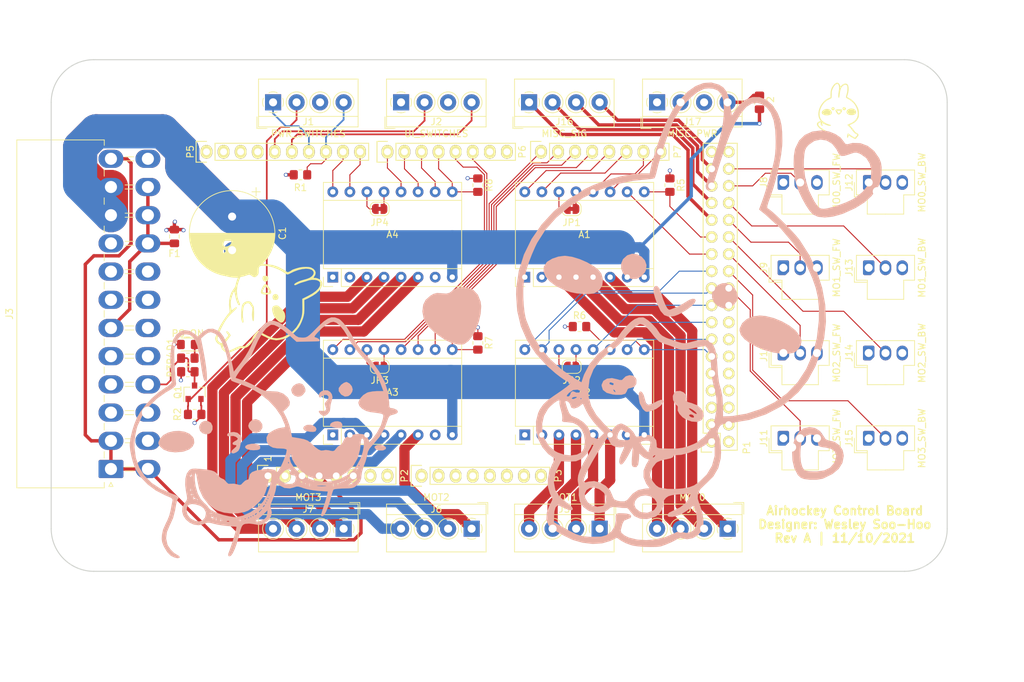
<source format=kicad_pcb>
(kicad_pcb (version 20171130) (host pcbnew "(5.1.8-0-10_14)")
  (title_block (date "mar. 31 mars 2015"))
  (layers (0 F.Cu signal) (1 In1.Cu signal) (2 In2.Cu signal) (31 B.Cu signal) (34 B.Paste user) (35 F.Paste user) (36 B.SilkS user) (37 F.SilkS user) (38 B.Mask user) (39 F.Mask user) (44 Edge.Cuts user))
  (net 0 "")
  (net 1 +5V)
  (net 2 "Net-(P2-Pad1)")
  (net 3 +3V3)
  (net 4 "Net-(A1-Pad13)")
  (net 5 +12V)
  (net 6 "Net-(A2-Pad13)")
  (net 7 "Net-(A3-Pad13)")
  (net 8 "Net-(A4-Pad13)")
  (net 9 "/Arduino Shield Connections/52(SCK)")
  (net 10 "/Arduino Shield Connections/53(SS)")
  (net 11 "/Arduino Shield Connections/50(MISO)")
  (net 12 "/Arduino Shield Connections/51(MOSI)")
  (net 13 "/Arduino Shield Connections/48")
  (net 14 "/Arduino Shield Connections/49")
  (net 15 "/Arduino Shield Connections/46")
  (net 16 "/Arduino Shield Connections/47")
  (net 17 "/Arduino Shield Connections/IOREF")
  (net 18 "/Arduino Shield Connections/Reset")
  (net 19 "/Arduino Shield Connections/Vin")
  (net 20 "/Arduino Shield Connections/A7")
  (net 21 "/Arduino Shield Connections/A6")
  (net 22 "/Arduino Shield Connections/A5")
  (net 23 "/Arduino Shield Connections/A4")
  (net 24 "/Arduino Shield Connections/A3")
  (net 25 "/Arduino Shield Connections/A2")
  (net 26 "/Arduino Shield Connections/A1")
  (net 27 "/Arduino Shield Connections/A0")
  (net 28 "/Arduino Shield Connections/SCL")
  (net 29 "/Arduino Shield Connections/SDA")
  (net 30 "/Arduino Shield Connections/AREF")
  (net 31 "/Arduino Shield Connections/1(Tx0)")
  (net 32 "/Arduino Shield Connections/0(Rx0)")
  (net 33 PWR_SW_L)
  (net 34 ~MOT0_EN)
  (net 35 MOT0_MS1)
  (net 36 MOT0_1B)
  (net 37 MOT0_MS2)
  (net 38 MOT0_1A)
  (net 39 MOT0_MS3)
  (net 40 MOT0_2A)
  (net 41 MOT0_2B)
  (net 42 "Net-(A1-Pad14)")
  (net 43 MOT0_STEP)
  (net 44 MOT0_DIR)
  (net 45 MOT1_DIR)
  (net 46 MOT1_STEP)
  (net 47 "Net-(A2-Pad14)")
  (net 48 MOT1_2B)
  (net 49 MOT1_2A)
  (net 50 MOT1_MS3)
  (net 51 MOT1_1A)
  (net 52 MOT1_MS2)
  (net 53 MOT1_1B)
  (net 54 MOT1_MS1)
  (net 55 ~MOT1_EN)
  (net 56 ~MOT2_EN)
  (net 57 MOT2_MS1)
  (net 58 MOT2_1B)
  (net 59 MOT2_MS2)
  (net 60 MOT2_1A)
  (net 61 MOT2_MS3)
  (net 62 MOT2_2A)
  (net 63 MOT2_2B)
  (net 64 "Net-(A3-Pad14)")
  (net 65 MOT2_STEP)
  (net 66 MOT2_DIR)
  (net 67 MOT3_DIR)
  (net 68 MOT3_STEP)
  (net 69 "Net-(A4-Pad14)")
  (net 70 MOT3_2B)
  (net 71 MOT3_2A)
  (net 72 MOT3_MS3)
  (net 73 MOT3_1A)
  (net 74 MOT3_MS2)
  (net 75 MOT3_1B)
  (net 76 MOT3_MS1)
  (net 77 ~MOT3_EN)
  (net 78 PWR_SW)
  (net 79 ESTOP_H)
  (net 80 ESTOP_L)
  (net 81 UI_SWITCH_0)
  (net 82 UI_SWITCH_1)
  (net 83 PWR_OK)
  (net 84 -12V)
  (net 85 ~PS_ON)
  (net 86 "Net-(J3-Pad20)")
  (net 87 MOT0_SWITCH_FW)
  (net 88 MOT1_SWITCH_FW)
  (net 89 MOT2_SWITCH_FW)
  (net 90 MOT3_SWITCH_FW)
  (net 91 MOT0_SWITCH_BW)
  (net 92 MOT1_SWITCH_BW)
  (net 93 MOT2_SWITCH_BW)
  (net 94 MOT3_SWITCH_BW)
  (net 95 "Net-(D1-Pad1)")
  (net 96 MISC_3)
  (net 97 MISC_2)
  (net 98 MISC_1)
  (net 99 MISC_0)
  (net 100 "/Arduino Shield Connections/39")
  (net 101 "/Arduino Shield Connections/41")
  (net 102 "/Arduino Shield Connections/43")
  (net 103 "/Arduino Shield Connections/45")
  (net 104 "Net-(J3-Pad9)")
  (net 105 /Connectors/5VPS)
  (net 106 "Net-(F2-Pad1)")
  (module Fuse:Fuse_0805_2012Metric_Pad1.15x1.40mm_HandSolder (layer F.Cu) (at 204.47 63.5 270)
    (fp_text reference F2 (at 0 -1.65 90) (layer F.SilkS))
    (fp_text value 1A)
    (pad 2 smd roundrect (at 1.025 0 270) (size 1.15 1.4) (layers F.Cu F.Paste F.Mask) (roundrect_rratio 0.2173904347826087) (net 5 +12V))
    (pad 1 smd roundrect (at -1.025 0 270) (size 1.15 1.4) (layers F.Cu F.Paste F.Mask) (roundrect_rratio 0.2173904347826087) (net 106 "Net-(F2-Pad1)"))
  )
  (module Fuse:Fuse_0805_2012Metric_Pad1.15x1.40mm_HandSolder (layer F.Cu) (at 117.3988 83.4808 270)
    (fp_text reference F1 (at 2.54 0 180) (layer F.SilkS))
    (fp_text value 1A)
    (pad 2 smd roundrect (at 1.025 0 270) (size 1.15 1.4) (layers F.Cu F.Paste F.Mask) (roundrect_rratio 0.2173904347826087) (net 105 /Connectors/5VPS))
    (pad 1 smd roundrect (at -1.025 0 270) (size 1.15 1.4) (layers F.Cu F.Paste F.Mask) (roundrect_rratio 0.2173904347826087) (net 1 +5V))
  )
  (module img:mimi_doll (layer B.Cu) (at 187.96 93.98 180)
    (fp_text reference G*** hide)
    (fp_text value LOGO hide)
  )
  (module img:mimi_heart (layer F.Cu) (at 128.905 91.44 315)
    (fp_text reference G*** hide)
    (fp_text value LOGO hide)
  )
  (module img:mimi (layer F.Cu) (at 216.535 64.135)
    (fp_text reference G*** hide)
    (fp_text value LOGO hide)
  )
  (module img:mimi_melon (layer B.Cu) (at 132.08 111.76 180)
    (fp_text reference G*** hide)
    (fp_text value LOGO hide)
  )
  (module Connector_Molex:Molex_Nano-Fit_105309-xx03_1x03_P2.50mm_Vertical (layer F.Cu) (at 208.026 75.438 90)
    (fp_text reference J8 (at 0 -2.92 90) (layer F.SilkS))
    (fp_text value MO0_SW_FW (at 0 7.92 90) (layer F.SilkS))
    (pad 1 thru_hole custom (at 0 0 90) (size 1.417157 1.417157) (drill 1.2) (layers *.Cu *.Mask) (net 1 +5V) (options (clearance outline) (anchor circle)) (primitives (gr_poly (pts (xy -0.85 -0.6) (xy 0.85 -0.6) (xy 0.85 0.6) (xy -0.45 0.6) (xy -0.85 0.2)) (width 0.5))))
    (pad 2 thru_hole oval (at 0 2.5 90) (size 2.2 1.7) (drill 1.2) (layers *.Cu *.Mask) (net 87 MOT0_SWITCH_FW))
    (pad 3 thru_hole oval (at 0 5 90) (size 2.2 1.7) (drill 1.2) (layers *.Cu *.Mask) (net 33 PWR_SW_L))
    (pad "" np_thru_hole circle (at -1.34 1.25 90) (size 1.3 1.3) (drill 1.3) (layers *.Cu *.Mask))
  )
  (module Connector_Molex:Molex_Nano-Fit_105309-xx03_1x03_P2.50mm_Vertical (layer F.Cu) (at 220.726 75.438 90)
    (fp_text reference J12 (at 0 -2.92 90) (layer F.SilkS))
    (fp_text value MO0_SW_BW (at 0 7.92 90) (layer F.SilkS))
    (pad "" np_thru_hole circle (at -1.34 1.25 90) (size 1.3 1.3) (drill 1.3) (layers *.Cu *.Mask))
    (pad 3 thru_hole oval (at 0 5 90) (size 2.2 1.7) (drill 1.2) (layers *.Cu *.Mask) (net 33 PWR_SW_L))
    (pad 2 thru_hole oval (at 0 2.5 90) (size 2.2 1.7) (drill 1.2) (layers *.Cu *.Mask) (net 91 MOT0_SWITCH_BW))
    (pad 1 thru_hole custom (at 0 0 90) (size 1.417157 1.417157) (drill 1.2) (layers *.Cu *.Mask) (net 1 +5V) (options (clearance outline) (anchor circle)) (primitives (gr_poly (pts (xy -0.85 -0.6) (xy 0.85 -0.6) (xy 0.85 0.6) (xy -0.45 0.6) (xy -0.85 0.2)) (width 0.5))))
  )
  (module Connector_Molex:Molex_Nano-Fit_105309-xx03_1x03_P2.50mm_Vertical (layer F.Cu) (at 208.026 88.138 90)
    (fp_text reference J9 (at 0 -2.92 90) (layer F.SilkS))
    (fp_text value MO1_SW_FW (at 0 7.92 90) (layer F.SilkS))
    (pad 1 thru_hole custom (at 0 0 90) (size 1.417157 1.417157) (drill 1.2) (layers *.Cu *.Mask) (net 1 +5V) (options (clearance outline) (anchor circle)) (primitives (gr_poly (pts (xy -0.85 -0.6) (xy 0.85 -0.6) (xy 0.85 0.6) (xy -0.45 0.6) (xy -0.85 0.2)) (width 0.5))))
    (pad 2 thru_hole oval (at 0 2.5 90) (size 2.2 1.7) (drill 1.2) (layers *.Cu *.Mask) (net 88 MOT1_SWITCH_FW))
    (pad 3 thru_hole oval (at 0 5 90) (size 2.2 1.7) (drill 1.2) (layers *.Cu *.Mask) (net 33 PWR_SW_L))
    (pad "" np_thru_hole circle (at -1.34 1.25 90) (size 1.3 1.3) (drill 1.3) (layers *.Cu *.Mask))
  )
  (module Connector_Molex:Molex_Nano-Fit_105309-xx03_1x03_P2.50mm_Vertical (layer F.Cu) (at 220.726 88.138 90)
    (fp_text reference J13 (at 0 -2.92 90) (layer F.SilkS))
    (fp_text value MO1_SW_BW (at 0 7.92 90) (layer F.SilkS))
    (pad "" np_thru_hole circle (at -1.34 1.25 90) (size 1.3 1.3) (drill 1.3) (layers *.Cu *.Mask))
    (pad 3 thru_hole oval (at 0 5 90) (size 2.2 1.7) (drill 1.2) (layers *.Cu *.Mask) (net 33 PWR_SW_L))
    (pad 2 thru_hole oval (at 0 2.5 90) (size 2.2 1.7) (drill 1.2) (layers *.Cu *.Mask) (net 92 MOT1_SWITCH_BW))
    (pad 1 thru_hole custom (at 0 0 90) (size 1.417157 1.417157) (drill 1.2) (layers *.Cu *.Mask) (net 1 +5V) (options (clearance outline) (anchor circle)) (primitives (gr_poly (pts (xy -0.85 -0.6) (xy 0.85 -0.6) (xy 0.85 0.6) (xy -0.45 0.6) (xy -0.85 0.2)) (width 0.5))))
  )
  (module Connector_Molex:Molex_Nano-Fit_105309-xx03_1x03_P2.50mm_Vertical (layer F.Cu) (at 208.026 100.838 90)
    (fp_text reference J10 (at 0 -2.92 90) (layer F.SilkS))
    (fp_text value MO2_SW_FW (at 0 7.92 90) (layer F.SilkS))
    (pad 1 thru_hole custom (at 0 0 90) (size 1.417157 1.417157) (drill 1.2) (layers *.Cu *.Mask) (net 1 +5V) (options (clearance outline) (anchor circle)) (primitives (gr_poly (pts (xy -0.85 -0.6) (xy 0.85 -0.6) (xy 0.85 0.6) (xy -0.45 0.6) (xy -0.85 0.2)) (width 0.5))))
    (pad 2 thru_hole oval (at 0 2.5 90) (size 2.2 1.7) (drill 1.2) (layers *.Cu *.Mask) (net 89 MOT2_SWITCH_FW))
    (pad 3 thru_hole oval (at 0 5 90) (size 2.2 1.7) (drill 1.2) (layers *.Cu *.Mask) (net 33 PWR_SW_L))
    (pad "" np_thru_hole circle (at -1.34 1.25 90) (size 1.3 1.3) (drill 1.3) (layers *.Cu *.Mask))
  )
  (module Connector_Molex:Molex_Nano-Fit_105309-xx03_1x03_P2.50mm_Vertical (layer F.Cu) (at 208.026 113.538 90)
    (fp_text reference J11 (at 0 -2.92 90) (layer F.SilkS))
    (fp_text value MO3_SW_FW (at 0 7.92 90) (layer F.SilkS))
    (pad 1 thru_hole custom (at 0 0 90) (size 1.417157 1.417157) (drill 1.2) (layers *.Cu *.Mask) (net 1 +5V) (options (clearance outline) (anchor circle)) (primitives (gr_poly (pts (xy -0.85 -0.6) (xy 0.85 -0.6) (xy 0.85 0.6) (xy -0.45 0.6) (xy -0.85 0.2)) (width 0.5))))
    (pad 2 thru_hole oval (at 0 2.5 90) (size 2.2 1.7) (drill 1.2) (layers *.Cu *.Mask) (net 90 MOT3_SWITCH_FW))
    (pad 3 thru_hole oval (at 0 5 90) (size 2.2 1.7) (drill 1.2) (layers *.Cu *.Mask) (net 33 PWR_SW_L))
    (pad "" np_thru_hole circle (at -1.34 1.25 90) (size 1.3 1.3) (drill 1.3) (layers *.Cu *.Mask))
  )
  (module Connector_Molex:Molex_Nano-Fit_105309-xx03_1x03_P2.50mm_Vertical (layer F.Cu) (at 220.726 113.538 90)
    (fp_text reference J15 (at 0 -2.92 90) (layer F.SilkS))
    (fp_text value MO3_SW_BW (at 0 7.92 90) (layer F.SilkS))
    (pad "" np_thru_hole circle (at -1.34 1.25 90) (size 1.3 1.3) (drill 1.3) (layers *.Cu *.Mask))
    (pad 3 thru_hole oval (at 0 5 90) (size 2.2 1.7) (drill 1.2) (layers *.Cu *.Mask) (net 33 PWR_SW_L))
    (pad 2 thru_hole oval (at 0 2.5 90) (size 2.2 1.7) (drill 1.2) (layers *.Cu *.Mask) (net 94 MOT3_SWITCH_BW))
    (pad 1 thru_hole custom (at 0 0 90) (size 1.417157 1.417157) (drill 1.2) (layers *.Cu *.Mask) (net 1 +5V) (options (clearance outline) (anchor circle)) (primitives (gr_poly (pts (xy -0.85 -0.6) (xy 0.85 -0.6) (xy 0.85 0.6) (xy -0.45 0.6) (xy -0.85 0.2)) (width 0.5))))
  )
  (module Connector_Molex:Molex_Nano-Fit_105309-xx03_1x03_P2.50mm_Vertical (layer F.Cu) (at 220.726 100.838 90)
    (fp_text reference J14 (at 0 -2.92 90) (layer F.SilkS))
    (fp_text value MO2_SW_BW (at 0 7.92 90) (layer F.SilkS))
    (pad "" np_thru_hole circle (at -1.34 1.25 90) (size 1.3 1.3) (drill 1.3) (layers *.Cu *.Mask))
    (pad 3 thru_hole oval (at 0 5 90) (size 2.2 1.7) (drill 1.2) (layers *.Cu *.Mask) (net 33 PWR_SW_L))
    (pad 2 thru_hole oval (at 0 2.5 90) (size 2.2 1.7) (drill 1.2) (layers *.Cu *.Mask) (net 93 MOT2_SWITCH_BW))
    (pad 1 thru_hole custom (at 0 0 90) (size 1.417157 1.417157) (drill 1.2) (layers *.Cu *.Mask) (net 1 +5V) (options (clearance outline) (anchor circle)) (primitives (gr_poly (pts (xy -0.85 -0.6) (xy 0.85 -0.6) (xy 0.85 0.6) (xy -0.45 0.6) (xy -0.85 0.2)) (width 0.5))))
  )
  (module Resistor_SMD:R_0805_2012Metric_Pad1.20x1.40mm_HandSolder (layer F.Cu) (at 162.56 75.835 270)
    (fp_text reference R8 (at 0 -1.65 90) (layer F.SilkS))
    (fp_text value R_10K)
    (pad 2 smd roundrect (at 1 0 270) (size 1.2 1.4) (layers F.Cu F.Paste F.Mask) (roundrect_rratio 0.2083325) (net 77 ~MOT3_EN))
    (pad 1 smd roundrect (at -1 0 270) (size 1.2 1.4) (layers F.Cu F.Paste F.Mask) (roundrect_rratio 0.2083325) (net 1 +5V))
  )
  (module Resistor_SMD:R_0805_2012Metric_Pad1.20x1.40mm_HandSolder (layer F.Cu) (at 162.56 99.33 270)
    (fp_text reference R7 (at 0 -1.65 90) (layer F.SilkS))
    (fp_text value R_10K)
    (pad 2 smd roundrect (at 1 0 270) (size 1.2 1.4) (layers F.Cu F.Paste F.Mask) (roundrect_rratio 0.2083325) (net 56 ~MOT2_EN))
    (pad 1 smd roundrect (at -1 0 270) (size 1.2 1.4) (layers F.Cu F.Paste F.Mask) (roundrect_rratio 0.2083325) (net 1 +5V))
  )
  (module Resistor_SMD:R_0805_2012Metric_Pad1.20x1.40mm_HandSolder (layer F.Cu) (at 177.689 96.901)
    (fp_text reference R6 (at 0 -1.65) (layer F.SilkS))
    (fp_text value R_10K)
    (pad 2 smd roundrect (at 1 0) (size 1.2 1.4) (layers F.Cu F.Paste F.Mask) (roundrect_rratio 0.2083325) (net 55 ~MOT1_EN))
    (pad 1 smd roundrect (at -1 0) (size 1.2 1.4) (layers F.Cu F.Paste F.Mask) (roundrect_rratio 0.2083325) (net 1 +5V))
  )
  (module Resistor_SMD:R_0805_2012Metric_Pad1.20x1.40mm_HandSolder (layer F.Cu) (at 191.135 75.835 270)
    (fp_text reference R5 (at 0 -1.65 90) (layer F.SilkS))
    (fp_text value R_10K)
    (pad 2 smd roundrect (at 1 0 270) (size 1.2 1.4) (layers F.Cu F.Paste F.Mask) (roundrect_rratio 0.2083325) (net 34 ~MOT0_EN))
    (pad 1 smd roundrect (at -1 0 270) (size 1.2 1.4) (layers F.Cu F.Paste F.Mask) (roundrect_rratio 0.2083325) (net 1 +5V))
  )
  (module Connector_Molex:Molex_Mini-Fit_Jr_5569-24A2_2x12_P4.20mm_Horizontal (layer F.Cu) (at 107.95 118.11 90)
    (fp_text reference J3 (at 23.1 -15.1 90) (layer F.SilkS))
    (fp_text value ATX-24)
    (pad 1 thru_hole roundrect (at 0 0 90) (size 2.7 3.7) (drill 1.8) (layers *.Cu *.Mask) (roundrect_rratio 0.09259296296296296) (net 3 +3V3))
    (pad 2 thru_hole oval (at 4.2 0 90) (size 2.7 3.7) (drill 1.8) (layers *.Cu *.Mask) (net 3 +3V3))
    (pad 3 thru_hole oval (at 8.4 0 90) (size 2.7 3.7) (drill 1.8) (layers *.Cu *.Mask) (net 33 PWR_SW_L))
    (pad 4 thru_hole oval (at 12.6 0 90) (size 2.7 3.7) (drill 1.8) (layers *.Cu *.Mask) (net 105 /Connectors/5VPS))
    (pad 5 thru_hole oval (at 16.8 0 90) (size 2.7 3.7) (drill 1.8) (layers *.Cu *.Mask) (net 33 PWR_SW_L))
    (pad 6 thru_hole oval (at 21 0 90) (size 2.7 3.7) (drill 1.8) (layers *.Cu *.Mask) (net 105 /Connectors/5VPS))
    (pad 7 thru_hole oval (at 25.2 0 90) (size 2.7 3.7) (drill 1.8) (layers *.Cu *.Mask) (net 33 PWR_SW_L))
    (pad 8 thru_hole oval (at 29.4 0 90) (size 2.7 3.7) (drill 1.8) (layers *.Cu *.Mask) (net 83 PWR_OK))
    (pad 9 thru_hole oval (at 33.6 0 90) (size 2.7 3.7) (drill 1.8) (layers *.Cu *.Mask) (net 104 "Net-(J3-Pad9)"))
    (pad 10 thru_hole oval (at 37.8 0 90) (size 2.7 3.7) (drill 1.8) (layers *.Cu *.Mask) (net 5 +12V))
    (pad 11 thru_hole oval (at 42 0 90) (size 2.7 3.7) (drill 1.8) (layers *.Cu *.Mask) (net 5 +12V))
    (pad 12 thru_hole oval (at 46.2 0 90) (size 2.7 3.7) (drill 1.8) (layers *.Cu *.Mask) (net 3 +3V3))
    (pad 13 thru_hole oval (at 0 5.5 90) (size 2.7 3.7) (drill 1.8) (layers *.Cu *.Mask) (net 3 +3V3))
    (pad 14 thru_hole oval (at 4.2 5.5 90) (size 2.7 3.7) (drill 1.8) (layers *.Cu *.Mask) (net 84 -12V))
    (pad 15 thru_hole oval (at 8.4 5.5 90) (size 2.7 3.7) (drill 1.8) (layers *.Cu *.Mask) (net 33 PWR_SW_L))
    (pad 16 thru_hole oval (at 12.6 5.5 90) (size 2.7 3.7) (drill 1.8) (layers *.Cu *.Mask) (net 85 ~PS_ON))
    (pad 17 thru_hole oval (at 16.8 5.5 90) (size 2.7 3.7) (drill 1.8) (layers *.Cu *.Mask) (net 33 PWR_SW_L))
    (pad 18 thru_hole oval (at 21 5.5 90) (size 2.7 3.7) (drill 1.8) (layers *.Cu *.Mask) (net 33 PWR_SW_L))
    (pad 19 thru_hole oval (at 25.2 5.5 90) (size 2.7 3.7) (drill 1.8) (layers *.Cu *.Mask) (net 33 PWR_SW_L))
    (pad 20 thru_hole oval (at 29.4 5.5 90) (size 2.7 3.7) (drill 1.8) (layers *.Cu *.Mask) (net 86 "Net-(J3-Pad20)"))
    (pad 21 thru_hole oval (at 33.6 5.5 90) (size 2.7 3.7) (drill 1.8) (layers *.Cu *.Mask) (net 105 /Connectors/5VPS))
    (pad 22 thru_hole oval (at 37.8 5.5 90) (size 2.7 3.7) (drill 1.8) (layers *.Cu *.Mask) (net 105 /Connectors/5VPS))
    (pad 23 thru_hole oval (at 42 5.5 90) (size 2.7 3.7) (drill 1.8) (layers *.Cu *.Mask) (net 105 /Connectors/5VPS))
    (pad 24 thru_hole oval (at 46.2 5.5 90) (size 2.7 3.7) (drill 1.8) (layers *.Cu *.Mask) (net 33 PWR_SW_L))
  )
  (module Socket_Arduino_Mega:Socket_Strip_Arduino_1x08 (layer F.Cu) (at 171.958 70.866)
    (fp_text reference P7 (at 20.32 0 90) (layer F.SilkS))
    (fp_text value Communication)
    (pad 8 thru_hole oval (at 17.78 0) (size 1.7272 2.032) (drill 1.016) (layers *.Cu *.Mask F.SilkS) (net 37 MOT0_MS2))
    (pad 7 thru_hole oval (at 15.24 0) (size 1.7272 2.032) (drill 1.016) (layers *.Cu *.Mask F.SilkS) (net 39 MOT0_MS3))
    (pad 6 thru_hole oval (at 12.7 0) (size 1.7272 2.032) (drill 1.016) (layers *.Cu *.Mask F.SilkS) (net 43 MOT0_STEP))
    (pad 5 thru_hole oval (at 10.16 0) (size 1.7272 2.032) (drill 1.016) (layers *.Cu *.Mask F.SilkS) (net 44 MOT0_DIR))
    (pad 4 thru_hole oval (at 7.62 0) (size 1.7272 2.032) (drill 1.016) (layers *.Cu *.Mask F.SilkS) (net 56 ~MOT2_EN))
    (pad 3 thru_hole oval (at 5.08 0) (size 1.7272 2.032) (drill 1.016) (layers *.Cu *.Mask F.SilkS) (net 57 MOT2_MS1))
    (pad 2 thru_hole oval (at 2.54 0) (size 1.7272 2.032) (drill 1.016) (layers *.Cu *.Mask F.SilkS) (net 59 MOT2_MS2))
    (pad 1 thru_hole oval (at 0 0) (size 1.7272 2.032) (drill 1.016) (layers *.Cu *.Mask F.SilkS) (net 61 MOT2_MS3))
  )
  (module Socket_Arduino_Mega:Socket_Strip_Arduino_1x08 (layer F.Cu) (at 149.098 70.866)
    (fp_text reference P6 (at 20.066 0 90) (layer F.SilkS))
    (fp_text value PWM)
    (pad 8 thru_hole oval (at 17.78 0) (size 1.7272 2.032) (drill 1.016) (layers *.Cu *.Mask F.SilkS) (net 32 "/Arduino Shield Connections/0(Rx0)"))
    (pad 7 thru_hole oval (at 15.24 0) (size 1.7272 2.032) (drill 1.016) (layers *.Cu *.Mask F.SilkS) (net 31 "/Arduino Shield Connections/1(Tx0)"))
    (pad 6 thru_hole oval (at 12.7 0) (size 1.7272 2.032) (drill 1.016) (layers *.Cu *.Mask F.SilkS) (net 65 MOT2_STEP))
    (pad 5 thru_hole oval (at 10.16 0) (size 1.7272 2.032) (drill 1.016) (layers *.Cu *.Mask F.SilkS) (net 66 MOT2_DIR))
    (pad 4 thru_hole oval (at 7.62 0) (size 1.7272 2.032) (drill 1.016) (layers *.Cu *.Mask F.SilkS) (net 77 ~MOT3_EN))
    (pad 3 thru_hole oval (at 5.08 0) (size 1.7272 2.032) (drill 1.016) (layers *.Cu *.Mask F.SilkS) (net 76 MOT3_MS1))
    (pad 2 thru_hole oval (at 2.54 0) (size 1.7272 2.032) (drill 1.016) (layers *.Cu *.Mask F.SilkS) (net 74 MOT3_MS2))
    (pad 1 thru_hole oval (at 0 0) (size 1.7272 2.032) (drill 1.016) (layers *.Cu *.Mask F.SilkS) (net 72 MOT3_MS3))
  )
  (module Socket_Arduino_Mega:Socket_Strip_Arduino_1x10 (layer F.Cu) (at 122.174 70.866)
    (fp_text reference P5 (at -2.413 0 90) (layer F.SilkS))
    (fp_text value PWM)
    (pad 10 thru_hole oval (at 22.86 0) (size 1.7272 2.032) (drill 1.016) (layers *.Cu *.Mask F.SilkS) (net 68 MOT3_STEP))
    (pad 9 thru_hole oval (at 20.32 0) (size 1.7272 2.032) (drill 1.016) (layers *.Cu *.Mask F.SilkS) (net 67 MOT3_DIR))
    (pad 8 thru_hole oval (at 17.78 0) (size 1.7272 2.032) (drill 1.016) (layers *.Cu *.Mask F.SilkS) (net 78 PWR_SW))
    (pad 7 thru_hole oval (at 15.24 0) (size 1.7272 2.032) (drill 1.016) (layers *.Cu *.Mask F.SilkS) (net 80 ESTOP_L))
    (pad 6 thru_hole oval (at 12.7 0) (size 1.7272 2.032) (drill 1.016) (layers *.Cu *.Mask F.SilkS) (net 81 UI_SWITCH_0))
    (pad 5 thru_hole oval (at 10.16 0) (size 1.7272 2.032) (drill 1.016) (layers *.Cu *.Mask F.SilkS) (net 82 UI_SWITCH_1))
    (pad 4 thru_hole oval (at 7.62 0) (size 1.7272 2.032) (drill 1.016) (layers *.Cu *.Mask F.SilkS) (net 33 PWR_SW_L))
    (pad 3 thru_hole oval (at 5.08 0) (size 1.7272 2.032) (drill 1.016) (layers *.Cu *.Mask F.SilkS) (net 30 "/Arduino Shield Connections/AREF"))
    (pad 2 thru_hole oval (at 2.54 0) (size 1.7272 2.032) (drill 1.016) (layers *.Cu *.Mask F.SilkS) (net 29 "/Arduino Shield Connections/SDA"))
    (pad 1 thru_hole oval (at 0 0) (size 1.7272 2.032) (drill 1.016) (layers *.Cu *.Mask F.SilkS) (net 28 "/Arduino Shield Connections/SCL"))
  )
  (module Socket_Arduino_Mega:Socket_Strip_Arduino_1x08 (layer F.Cu) (at 154.178 119.126)
    (fp_text reference P3 (at 20.32 0 90) (layer F.SilkS))
    (fp_text value Analog)
    (pad 8 thru_hole oval (at 17.78 0) (size 1.7272 2.032) (drill 1.016) (layers *.Cu *.Mask F.SilkS) (net 20 "/Arduino Shield Connections/A7"))
    (pad 7 thru_hole oval (at 15.24 0) (size 1.7272 2.032) (drill 1.016) (layers *.Cu *.Mask F.SilkS) (net 21 "/Arduino Shield Connections/A6"))
    (pad 6 thru_hole oval (at 12.7 0) (size 1.7272 2.032) (drill 1.016) (layers *.Cu *.Mask F.SilkS) (net 22 "/Arduino Shield Connections/A5"))
    (pad 5 thru_hole oval (at 10.16 0) (size 1.7272 2.032) (drill 1.016) (layers *.Cu *.Mask F.SilkS) (net 23 "/Arduino Shield Connections/A4"))
    (pad 4 thru_hole oval (at 7.62 0) (size 1.7272 2.032) (drill 1.016) (layers *.Cu *.Mask F.SilkS) (net 24 "/Arduino Shield Connections/A3"))
    (pad 3 thru_hole oval (at 5.08 0) (size 1.7272 2.032) (drill 1.016) (layers *.Cu *.Mask F.SilkS) (net 25 "/Arduino Shield Connections/A2"))
    (pad 2 thru_hole oval (at 2.54 0) (size 1.7272 2.032) (drill 1.016) (layers *.Cu *.Mask F.SilkS) (net 26 "/Arduino Shield Connections/A1"))
    (pad 1 thru_hole oval (at 0 0) (size 1.7272 2.032) (drill 1.016) (layers *.Cu *.Mask F.SilkS) (net 27 "/Arduino Shield Connections/A0"))
  )
  (module Socket_Arduino_Mega:Socket_Strip_Arduino_1x08 (layer F.Cu) (at 131.318 119.126)
    (fp_text reference P2 (at 20.32 0 90) (layer F.SilkS))
    (fp_text value Power)
    (pad 8 thru_hole oval (at 17.78 0) (size 1.7272 2.032) (drill 1.016) (layers *.Cu *.Mask F.SilkS) (net 19 "/Arduino Shield Connections/Vin"))
    (pad 7 thru_hole oval (at 15.24 0) (size 1.7272 2.032) (drill 1.016) (layers *.Cu *.Mask F.SilkS) (net 33 PWR_SW_L))
    (pad 6 thru_hole oval (at 12.7 0) (size 1.7272 2.032) (drill 1.016) (layers *.Cu *.Mask F.SilkS) (net 33 PWR_SW_L))
    (pad 5 thru_hole oval (at 10.16 0) (size 1.7272 2.032) (drill 1.016) (layers *.Cu *.Mask F.SilkS) (net 1 +5V))
    (pad 4 thru_hole oval (at 7.62 0) (size 1.7272 2.032) (drill 1.016) (layers *.Cu *.Mask F.SilkS) (net 3 +3V3))
    (pad 3 thru_hole oval (at 5.08 0) (size 1.7272 2.032) (drill 1.016) (layers *.Cu *.Mask F.SilkS) (net 18 "/Arduino Shield Connections/Reset"))
    (pad 2 thru_hole oval (at 2.54 0) (size 1.7272 2.032) (drill 1.016) (layers *.Cu *.Mask F.SilkS) (net 17 "/Arduino Shield Connections/IOREF"))
    (pad 1 thru_hole oval (at 0 0) (size 1.7272 2.032) (drill 1.016) (layers *.Cu *.Mask F.SilkS) (net 2 "Net-(P2-Pad1)"))
  )
  (module Socket_Arduino_Mega:Socket_Strip_Arduino_2x18 (layer F.Cu) (at 197.358 114.046 90)
    (fp_text reference P1 (at -0.889 5.207 90) (layer F.SilkS))
    (fp_text value Digital)
    (pad 36 thru_hole oval (at 43.18 2.54 90) (size 1.7272 1.7272) (drill 1.016) (layers *.Cu *.Mask F.SilkS) (net 1 +5V))
    (pad 35 thru_hole oval (at 43.18 0 90) (size 1.7272 1.7272) (drill 1.016) (layers *.Cu *.Mask F.SilkS) (net 1 +5V))
    (pad 34 thru_hole oval (at 40.64 2.54 90) (size 1.7272 1.7272) (drill 1.016) (layers *.Cu *.Mask F.SilkS) (net 91 MOT0_SWITCH_BW))
    (pad 33 thru_hole oval (at 40.64 0 90) (size 1.7272 1.7272) (drill 1.016) (layers *.Cu *.Mask F.SilkS) (net 96 MISC_3))
    (pad 32 thru_hole oval (at 38.1 2.54 90) (size 1.7272 1.7272) (drill 1.016) (layers *.Cu *.Mask F.SilkS) (net 87 MOT0_SWITCH_FW))
    (pad 31 thru_hole oval (at 38.1 0 90) (size 1.7272 1.7272) (drill 1.016) (layers *.Cu *.Mask F.SilkS) (net 97 MISC_2))
    (pad 30 thru_hole oval (at 35.56 2.54 90) (size 1.7272 1.7272) (drill 1.016) (layers *.Cu *.Mask F.SilkS) (net 92 MOT1_SWITCH_BW))
    (pad 29 thru_hole oval (at 35.56 0 90) (size 1.7272 1.7272) (drill 1.016) (layers *.Cu *.Mask F.SilkS) (net 98 MISC_1))
    (pad 28 thru_hole oval (at 33.02 2.54 90) (size 1.7272 1.7272) (drill 1.016) (layers *.Cu *.Mask F.SilkS) (net 88 MOT1_SWITCH_FW))
    (pad 27 thru_hole oval (at 33.02 0 90) (size 1.7272 1.7272) (drill 1.016) (layers *.Cu *.Mask F.SilkS) (net 99 MISC_0))
    (pad 26 thru_hole oval (at 30.48 2.54 90) (size 1.7272 1.7272) (drill 1.016) (layers *.Cu *.Mask F.SilkS) (net 93 MOT2_SWITCH_BW))
    (pad 25 thru_hole oval (at 30.48 0 90) (size 1.7272 1.7272) (drill 1.016) (layers *.Cu *.Mask F.SilkS) (net 34 ~MOT0_EN))
    (pad 24 thru_hole oval (at 27.94 2.54 90) (size 1.7272 1.7272) (drill 1.016) (layers *.Cu *.Mask F.SilkS) (net 89 MOT2_SWITCH_FW))
    (pad 23 thru_hole oval (at 27.94 0 90) (size 1.7272 1.7272) (drill 1.016) (layers *.Cu *.Mask F.SilkS) (net 35 MOT0_MS1))
    (pad 22 thru_hole oval (at 25.4 2.54 90) (size 1.7272 1.7272) (drill 1.016) (layers *.Cu *.Mask F.SilkS) (net 94 MOT3_SWITCH_BW))
    (pad 21 thru_hole oval (at 25.4 0 90) (size 1.7272 1.7272) (drill 1.016) (layers *.Cu *.Mask F.SilkS) (net 45 MOT1_DIR))
    (pad 20 thru_hole oval (at 22.86 2.54 90) (size 1.7272 1.7272) (drill 1.016) (layers *.Cu *.Mask F.SilkS) (net 90 MOT3_SWITCH_FW))
    (pad 19 thru_hole oval (at 22.86 0 90) (size 1.7272 1.7272) (drill 1.016) (layers *.Cu *.Mask F.SilkS) (net 46 MOT1_STEP))
    (pad 18 thru_hole oval (at 20.32 2.54 90) (size 1.7272 1.7272) (drill 1.016) (layers *.Cu *.Mask F.SilkS) (net 100 "/Arduino Shield Connections/39"))
    (pad 17 thru_hole oval (at 20.32 0 90) (size 1.7272 1.7272) (drill 1.016) (layers *.Cu *.Mask F.SilkS) (net 50 MOT1_MS3))
    (pad 16 thru_hole oval (at 17.78 2.54 90) (size 1.7272 1.7272) (drill 1.016) (layers *.Cu *.Mask F.SilkS) (net 101 "/Arduino Shield Connections/41"))
    (pad 15 thru_hole oval (at 17.78 0 90) (size 1.7272 1.7272) (drill 1.016) (layers *.Cu *.Mask F.SilkS) (net 52 MOT1_MS2))
    (pad 14 thru_hole oval (at 15.24 2.54 90) (size 1.7272 1.7272) (drill 1.016) (layers *.Cu *.Mask F.SilkS) (net 102 "/Arduino Shield Connections/43"))
    (pad 13 thru_hole oval (at 15.24 0 90) (size 1.7272 1.7272) (drill 1.016) (layers *.Cu *.Mask F.SilkS) (net 54 MOT1_MS1))
    (pad 12 thru_hole oval (at 12.7 2.54 90) (size 1.7272 1.7272) (drill 1.016) (layers *.Cu *.Mask F.SilkS) (net 103 "/Arduino Shield Connections/45"))
    (pad 11 thru_hole oval (at 12.7 0 90) (size 1.7272 1.7272) (drill 1.016) (layers *.Cu *.Mask F.SilkS) (net 55 ~MOT1_EN))
    (pad 10 thru_hole oval (at 10.16 2.54 90) (size 1.7272 1.7272) (drill 1.016) (layers *.Cu *.Mask F.SilkS) (net 16 "/Arduino Shield Connections/47"))
    (pad 9 thru_hole oval (at 10.16 0 90) (size 1.7272 1.7272) (drill 1.016) (layers *.Cu *.Mask F.SilkS) (net 15 "/Arduino Shield Connections/46"))
    (pad 8 thru_hole oval (at 7.62 2.54 90) (size 1.7272 1.7272) (drill 1.016) (layers *.Cu *.Mask F.SilkS) (net 14 "/Arduino Shield Connections/49"))
    (pad 7 thru_hole oval (at 7.62 0 90) (size 1.7272 1.7272) (drill 1.016) (layers *.Cu *.Mask F.SilkS) (net 13 "/Arduino Shield Connections/48"))
    (pad 6 thru_hole oval (at 5.08 2.54 90) (size 1.7272 1.7272) (drill 1.016) (layers *.Cu *.Mask F.SilkS) (net 12 "/Arduino Shield Connections/51(MOSI)"))
    (pad 5 thru_hole oval (at 5.08 0 90) (size 1.7272 1.7272) (drill 1.016) (layers *.Cu *.Mask F.SilkS) (net 11 "/Arduino Shield Connections/50(MISO)"))
    (pad 4 thru_hole oval (at 2.54 2.54 90) (size 1.7272 1.7272) (drill 1.016) (layers *.Cu *.Mask F.SilkS) (net 10 "/Arduino Shield Connections/53(SS)"))
    (pad 3 thru_hole oval (at 2.54 0 90) (size 1.7272 1.7272) (drill 1.016) (layers *.Cu *.Mask F.SilkS) (net 9 "/Arduino Shield Connections/52(SCK)"))
    (pad 2 thru_hole oval (at 0 2.54 90) (size 1.7272 1.7272) (drill 1.016) (layers *.Cu *.Mask F.SilkS) (net 33 PWR_SW_L))
    (pad 1 thru_hole circle (at 0 0 90) (size 1.7272 1.7272) (drill 1.016) (layers *.Cu *.Mask F.SilkS) (net 33 PWR_SW_L))
  )
  (module Package_TO_SOT_SMD:SOT-23 (layer F.Cu) (at 120.396 106.68 90)
    (fp_text reference Q1 (at 0 -2.5 90) (layer F.SilkS))
    (fp_text value BSS138)
    (pad 1 smd rect (at -1 -0.95 90) (size 0.9 0.8) (layers F.Cu F.Paste F.Mask) (net 79 ESTOP_H))
    (pad 2 smd rect (at -1 0.95 90) (size 0.9 0.8) (layers F.Cu F.Paste F.Mask) (net 33 PWR_SW_L))
    (pad 3 smd rect (at 1 0 90) (size 0.9 0.8) (layers F.Cu F.Paste F.Mask) (net 85 ~PS_ON))
  )
  (module Resistor_SMD:R_0805_2012Metric_Pad1.20x1.40mm_HandSolder (layer F.Cu) (at 119.396 103.632)
    (fp_text reference R3 (at -2.556 -0.127 90) (layer F.SilkS))
    (fp_text value R_10K)
    (pad 1 smd roundrect (at -1 0) (size 1.2 1.4) (layers F.Cu F.Paste F.Mask) (roundrect_rratio 0.2083325) (net 1 +5V))
    (pad 2 smd roundrect (at 1 0) (size 1.2 1.4) (layers F.Cu F.Paste F.Mask) (roundrect_rratio 0.2083325) (net 85 ~PS_ON))
  )
  (module Module:Pololu_Breakout-16_15.2x20.3mm (layer F.Cu) (at 169.545 89.535 90)
    (fp_text reference A1 (at 6.35 8.89 180) (layer F.SilkS))
    (fp_text value Pololu_Breakout_A4988)
    (pad 1 thru_hole rect (at 0 0 90) (size 1.6 1.6) (drill 0.8) (layers *.Cu *.Mask) (net 33 PWR_SW_L))
    (pad 9 thru_hole oval (at 12.7 17.78 90) (size 1.6 1.6) (drill 0.8) (layers *.Cu *.Mask) (net 34 ~MOT0_EN))
    (pad 2 thru_hole oval (at 0 2.54 90) (size 1.6 1.6) (drill 0.8) (layers *.Cu *.Mask) (net 1 +5V))
    (pad 10 thru_hole oval (at 12.7 15.24 90) (size 1.6 1.6) (drill 0.8) (layers *.Cu *.Mask) (net 35 MOT0_MS1))
    (pad 3 thru_hole oval (at 0 5.08 90) (size 1.6 1.6) (drill 0.8) (layers *.Cu *.Mask) (net 36 MOT0_1B))
    (pad 11 thru_hole oval (at 12.7 12.7 90) (size 1.6 1.6) (drill 0.8) (layers *.Cu *.Mask) (net 37 MOT0_MS2))
    (pad 4 thru_hole oval (at 0 7.62 90) (size 1.6 1.6) (drill 0.8) (layers *.Cu *.Mask) (net 38 MOT0_1A))
    (pad 12 thru_hole oval (at 12.7 10.16 90) (size 1.6 1.6) (drill 0.8) (layers *.Cu *.Mask) (net 39 MOT0_MS3))
    (pad 5 thru_hole oval (at 0 10.16 90) (size 1.6 1.6) (drill 0.8) (layers *.Cu *.Mask) (net 40 MOT0_2A))
    (pad 13 thru_hole oval (at 12.7 7.62 90) (size 1.6 1.6) (drill 0.8) (layers *.Cu *.Mask) (net 4 "Net-(A1-Pad13)"))
    (pad 6 thru_hole oval (at 0 12.7 90) (size 1.6 1.6) (drill 0.8) (layers *.Cu *.Mask) (net 41 MOT0_2B))
    (pad 14 thru_hole oval (at 12.7 5.08 90) (size 1.6 1.6) (drill 0.8) (layers *.Cu *.Mask) (net 42 "Net-(A1-Pad14)"))
    (pad 7 thru_hole oval (at 0 15.24 90) (size 1.6 1.6) (drill 0.8) (layers *.Cu *.Mask) (net 33 PWR_SW_L))
    (pad 15 thru_hole oval (at 12.7 2.54 90) (size 1.6 1.6) (drill 0.8) (layers *.Cu *.Mask) (net 43 MOT0_STEP))
    (pad 8 thru_hole oval (at 0 17.78 90) (size 1.6 1.6) (drill 0.8) (layers *.Cu *.Mask) (net 5 +12V))
    (pad 16 thru_hole oval (at 12.7 0 90) (size 1.6 1.6) (drill 0.8) (layers *.Cu *.Mask) (net 44 MOT0_DIR))
  )
  (module Module:Pololu_Breakout-16_15.2x20.3mm (layer F.Cu) (at 169.545 113.03 90)
    (fp_text reference A2 (at 6.35 8.89 180) (layer F.SilkS))
    (fp_text value Pololu_Breakout_A4988)
    (pad 16 thru_hole oval (at 12.7 0 90) (size 1.6 1.6) (drill 0.8) (layers *.Cu *.Mask) (net 45 MOT1_DIR))
    (pad 8 thru_hole oval (at 0 17.78 90) (size 1.6 1.6) (drill 0.8) (layers *.Cu *.Mask) (net 5 +12V))
    (pad 15 thru_hole oval (at 12.7 2.54 90) (size 1.6 1.6) (drill 0.8) (layers *.Cu *.Mask) (net 46 MOT1_STEP))
    (pad 7 thru_hole oval (at 0 15.24 90) (size 1.6 1.6) (drill 0.8) (layers *.Cu *.Mask) (net 33 PWR_SW_L))
    (pad 14 thru_hole oval (at 12.7 5.08 90) (size 1.6 1.6) (drill 0.8) (layers *.Cu *.Mask) (net 47 "Net-(A2-Pad14)"))
    (pad 6 thru_hole oval (at 0 12.7 90) (size 1.6 1.6) (drill 0.8) (layers *.Cu *.Mask) (net 48 MOT1_2B))
    (pad 13 thru_hole oval (at 12.7 7.62 90) (size 1.6 1.6) (drill 0.8) (layers *.Cu *.Mask) (net 6 "Net-(A2-Pad13)"))
    (pad 5 thru_hole oval (at 0 10.16 90) (size 1.6 1.6) (drill 0.8) (layers *.Cu *.Mask) (net 49 MOT1_2A))
    (pad 12 thru_hole oval (at 12.7 10.16 90) (size 1.6 1.6) (drill 0.8) (layers *.Cu *.Mask) (net 50 MOT1_MS3))
    (pad 4 thru_hole oval (at 0 7.62 90) (size 1.6 1.6) (drill 0.8) (layers *.Cu *.Mask) (net 51 MOT1_1A))
    (pad 11 thru_hole oval (at 12.7 12.7 90) (size 1.6 1.6) (drill 0.8) (layers *.Cu *.Mask) (net 52 MOT1_MS2))
    (pad 3 thru_hole oval (at 0 5.08 90) (size 1.6 1.6) (drill 0.8) (layers *.Cu *.Mask) (net 53 MOT1_1B))
    (pad 10 thru_hole oval (at 12.7 15.24 90) (size 1.6 1.6) (drill 0.8) (layers *.Cu *.Mask) (net 54 MOT1_MS1))
    (pad 2 thru_hole oval (at 0 2.54 90) (size 1.6 1.6) (drill 0.8) (layers *.Cu *.Mask) (net 1 +5V))
    (pad 9 thru_hole oval (at 12.7 17.78 90) (size 1.6 1.6) (drill 0.8) (layers *.Cu *.Mask) (net 55 ~MOT1_EN))
    (pad 1 thru_hole rect (at 0 0 90) (size 1.6 1.6) (drill 0.8) (layers *.Cu *.Mask) (net 33 PWR_SW_L))
  )
  (module Module:Pololu_Breakout-16_15.2x20.3mm (layer F.Cu) (at 140.97 113.03 90)
    (fp_text reference A3 (at 6.35 8.89 180) (layer F.SilkS))
    (fp_text value Pololu_Breakout_A4988)
    (pad 1 thru_hole rect (at 0 0 90) (size 1.6 1.6) (drill 0.8) (layers *.Cu *.Mask) (net 33 PWR_SW_L))
    (pad 9 thru_hole oval (at 12.7 17.78 90) (size 1.6 1.6) (drill 0.8) (layers *.Cu *.Mask) (net 56 ~MOT2_EN))
    (pad 2 thru_hole oval (at 0 2.54 90) (size 1.6 1.6) (drill 0.8) (layers *.Cu *.Mask) (net 1 +5V))
    (pad 10 thru_hole oval (at 12.7 15.24 90) (size 1.6 1.6) (drill 0.8) (layers *.Cu *.Mask) (net 57 MOT2_MS1))
    (pad 3 thru_hole oval (at 0 5.08 90) (size 1.6 1.6) (drill 0.8) (layers *.Cu *.Mask) (net 58 MOT2_1B))
    (pad 11 thru_hole oval (at 12.7 12.7 90) (size 1.6 1.6) (drill 0.8) (layers *.Cu *.Mask) (net 59 MOT2_MS2))
    (pad 4 thru_hole oval (at 0 7.62 90) (size 1.6 1.6) (drill 0.8) (layers *.Cu *.Mask) (net 60 MOT2_1A))
    (pad 12 thru_hole oval (at 12.7 10.16 90) (size 1.6 1.6) (drill 0.8) (layers *.Cu *.Mask) (net 61 MOT2_MS3))
    (pad 5 thru_hole oval (at 0 10.16 90) (size 1.6 1.6) (drill 0.8) (layers *.Cu *.Mask) (net 62 MOT2_2A))
    (pad 13 thru_hole oval (at 12.7 7.62 90) (size 1.6 1.6) (drill 0.8) (layers *.Cu *.Mask) (net 7 "Net-(A3-Pad13)"))
    (pad 6 thru_hole oval (at 0 12.7 90) (size 1.6 1.6) (drill 0.8) (layers *.Cu *.Mask) (net 63 MOT2_2B))
    (pad 14 thru_hole oval (at 12.7 5.08 90) (size 1.6 1.6) (drill 0.8) (layers *.Cu *.Mask) (net 64 "Net-(A3-Pad14)"))
    (pad 7 thru_hole oval (at 0 15.24 90) (size 1.6 1.6) (drill 0.8) (layers *.Cu *.Mask) (net 33 PWR_SW_L))
    (pad 15 thru_hole oval (at 12.7 2.54 90) (size 1.6 1.6) (drill 0.8) (layers *.Cu *.Mask) (net 65 MOT2_STEP))
    (pad 8 thru_hole oval (at 0 17.78 90) (size 1.6 1.6) (drill 0.8) (layers *.Cu *.Mask) (net 5 +12V))
    (pad 16 thru_hole oval (at 12.7 0 90) (size 1.6 1.6) (drill 0.8) (layers *.Cu *.Mask) (net 66 MOT2_DIR))
  )
  (module Module:Pololu_Breakout-16_15.2x20.3mm (layer F.Cu) (at 140.97 89.535 90)
    (fp_text reference A4 (at 6.35 8.89 180) (layer F.SilkS))
    (fp_text value Pololu_Breakout_A4988)
    (pad 16 thru_hole oval (at 12.7 0 90) (size 1.6 1.6) (drill 0.8) (layers *.Cu *.Mask) (net 67 MOT3_DIR))
    (pad 8 thru_hole oval (at 0 17.78 90) (size 1.6 1.6) (drill 0.8) (layers *.Cu *.Mask) (net 5 +12V))
    (pad 15 thru_hole oval (at 12.7 2.54 90) (size 1.6 1.6) (drill 0.8) (layers *.Cu *.Mask) (net 68 MOT3_STEP))
    (pad 7 thru_hole oval (at 0 15.24 90) (size 1.6 1.6) (drill 0.8) (layers *.Cu *.Mask) (net 33 PWR_SW_L))
    (pad 14 thru_hole oval (at 12.7 5.08 90) (size 1.6 1.6) (drill 0.8) (layers *.Cu *.Mask) (net 69 "Net-(A4-Pad14)"))
    (pad 6 thru_hole oval (at 0 12.7 90) (size 1.6 1.6) (drill 0.8) (layers *.Cu *.Mask) (net 70 MOT3_2B))
    (pad 13 thru_hole oval (at 12.7 7.62 90) (size 1.6 1.6) (drill 0.8) (layers *.Cu *.Mask) (net 8 "Net-(A4-Pad13)"))
    (pad 5 thru_hole oval (at 0 10.16 90) (size 1.6 1.6) (drill 0.8) (layers *.Cu *.Mask) (net 71 MOT3_2A))
    (pad 12 thru_hole oval (at 12.7 10.16 90) (size 1.6 1.6) (drill 0.8) (layers *.Cu *.Mask) (net 72 MOT3_MS3))
    (pad 4 thru_hole oval (at 0 7.62 90) (size 1.6 1.6) (drill 0.8) (layers *.Cu *.Mask) (net 73 MOT3_1A))
    (pad 11 thru_hole oval (at 12.7 12.7 90) (size 1.6 1.6) (drill 0.8) (layers *.Cu *.Mask) (net 74 MOT3_MS2))
    (pad 3 thru_hole oval (at 0 5.08 90) (size 1.6 1.6) (drill 0.8) (layers *.Cu *.Mask) (net 75 MOT3_1B))
    (pad 10 thru_hole oval (at 12.7 15.24 90) (size 1.6 1.6) (drill 0.8) (layers *.Cu *.Mask) (net 76 MOT3_MS1))
    (pad 2 thru_hole oval (at 0 2.54 90) (size 1.6 1.6) (drill 0.8) (layers *.Cu *.Mask) (net 1 +5V))
    (pad 9 thru_hole oval (at 12.7 17.78 90) (size 1.6 1.6) (drill 0.8) (layers *.Cu *.Mask) (net 77 ~MOT3_EN))
    (pad 1 thru_hole rect (at 0 0 90) (size 1.6 1.6) (drill 0.8) (layers *.Cu *.Mask) (net 33 PWR_SW_L))
  )
  (module Capacitor_THT:CP_Radial_D12.5mm_P5.00mm (layer F.Cu) (at 125.984 80.518 270)
    (fp_text reference C1 (at 2.5 -7.5 90) (layer F.SilkS))
    (fp_text value 100uF)
    (pad 1 thru_hole rect (at 0 0 270) (size 2.4 2.4) (drill 1.2) (layers *.Cu *.Mask) (net 5 +12V))
    (pad 2 thru_hole circle (at 5 0 270) (size 2.4 2.4) (drill 1.2) (layers *.Cu *.Mask) (net 33 PWR_SW_L))
  )
  (module LED_SMD:LED_0805_2012Metric_Pad1.15x1.40mm_HandSolder (layer F.Cu) (at 119.389 99.568 180)
    (fp_text reference D1 (at 2.549 0 90) (layer F.SilkS))
    (fp_text value PS_ON (at 0 1.65) (layer F.SilkS))
    (pad 1 smd roundrect (at -1.025 0 180) (size 1.15 1.4) (layers F.Cu F.Paste F.Mask) (roundrect_rratio 0.2173904347826087) (net 95 "Net-(D1-Pad1)"))
    (pad 2 smd roundrect (at 1.025 0 180) (size 1.15 1.4) (layers F.Cu F.Paste F.Mask) (roundrect_rratio 0.2173904347826087) (net 1 +5V))
  )
  (module TerminalBlock_4Ucon:TerminalBlock_4Ucon_1x04_P3.50mm_Horizontal (layer F.Cu) (at 132.08 63.5)
    (fp_text reference J1 (at 5.248999 2.902519) (layer F.SilkS))
    (fp_text value PWR_SWITCHES (at 5.25 4.66) (layer F.SilkS))
    (pad 1 thru_hole rect (at 0 0) (size 2.4 2.4) (drill 1.2) (layers *.Cu *.Mask) (net 80 ESTOP_L))
    (pad 2 thru_hole circle (at 3.5 0) (size 2.4 2.4) (drill 1.2) (layers *.Cu *.Mask) (net 79 ESTOP_H))
    (pad 3 thru_hole circle (at 7 0) (size 2.4 2.4) (drill 1.2) (layers *.Cu *.Mask) (net 33 PWR_SW_L))
    (pad 4 thru_hole circle (at 10.5 0) (size 2.4 2.4) (drill 1.2) (layers *.Cu *.Mask) (net 78 PWR_SW))
  )
  (module TerminalBlock_4Ucon:TerminalBlock_4Ucon_1x04_P3.50mm_Horizontal (layer F.Cu) (at 151.13 63.5)
    (fp_text reference J2 (at 5.25 2.899999) (layer F.SilkS))
    (fp_text value UI_SWITCHES (at 5.25 4.66) (layer F.SilkS))
    (pad 4 thru_hole circle (at 10.5 0) (size 2.4 2.4) (drill 1.2) (layers *.Cu *.Mask) (net 81 UI_SWITCH_0))
    (pad 3 thru_hole circle (at 7 0) (size 2.4 2.4) (drill 1.2) (layers *.Cu *.Mask) (net 33 PWR_SW_L))
    (pad 2 thru_hole circle (at 3.5 0) (size 2.4 2.4) (drill 1.2) (layers *.Cu *.Mask) (net 82 UI_SWITCH_1))
    (pad 1 thru_hole rect (at 0 0) (size 2.4 2.4) (drill 1.2) (layers *.Cu *.Mask) (net 33 PWR_SW_L))
  )
  (module TerminalBlock_4Ucon:TerminalBlock_4Ucon_1x04_P3.50mm_Horizontal (layer F.Cu) (at 199.73 127 180)
    (fp_text reference J4 (at 5.25 2.8956) (layer F.SilkS))
    (fp_text value MOT0 (at 5.25 4.66) (layer F.SilkS))
    (pad 4 thru_hole circle (at 10.5 0 180) (size 2.4 2.4) (drill 1.2) (layers *.Cu *.Mask) (net 36 MOT0_1B))
    (pad 3 thru_hole circle (at 7 0 180) (size 2.4 2.4) (drill 1.2) (layers *.Cu *.Mask) (net 38 MOT0_1A))
    (pad 2 thru_hole circle (at 3.5 0 180) (size 2.4 2.4) (drill 1.2) (layers *.Cu *.Mask) (net 40 MOT0_2A))
    (pad 1 thru_hole rect (at 0 0 180) (size 2.4 2.4) (drill 1.2) (layers *.Cu *.Mask) (net 41 MOT0_2B))
  )
  (module TerminalBlock_4Ucon:TerminalBlock_4Ucon_1x04_P3.50mm_Horizontal (layer F.Cu) (at 180.68 127 180)
    (fp_text reference J5 (at 5.25 2.8956) (layer F.SilkS))
    (fp_text value MOT1 (at 5.25 4.66) (layer F.SilkS))
    (pad 1 thru_hole rect (at 0 0 180) (size 2.4 2.4) (drill 1.2) (layers *.Cu *.Mask) (net 48 MOT1_2B))
    (pad 2 thru_hole circle (at 3.5 0 180) (size 2.4 2.4) (drill 1.2) (layers *.Cu *.Mask) (net 49 MOT1_2A))
    (pad 3 thru_hole circle (at 7 0 180) (size 2.4 2.4) (drill 1.2) (layers *.Cu *.Mask) (net 51 MOT1_1A))
    (pad 4 thru_hole circle (at 10.5 0 180) (size 2.4 2.4) (drill 1.2) (layers *.Cu *.Mask) (net 53 MOT1_1B))
  )
  (module TerminalBlock_4Ucon:TerminalBlock_4Ucon_1x04_P3.50mm_Horizontal (layer F.Cu) (at 161.63 127 180)
    (fp_text reference J6 (at 5.25 2.8956) (layer F.SilkS))
    (fp_text value MOT2 (at 5.25 4.66) (layer F.SilkS))
    (pad 1 thru_hole rect (at 0 0 180) (size 2.4 2.4) (drill 1.2) (layers *.Cu *.Mask) (net 63 MOT2_2B))
    (pad 2 thru_hole circle (at 3.5 0 180) (size 2.4 2.4) (drill 1.2) (layers *.Cu *.Mask) (net 62 MOT2_2A))
    (pad 3 thru_hole circle (at 7 0 180) (size 2.4 2.4) (drill 1.2) (layers *.Cu *.Mask) (net 60 MOT2_1A))
    (pad 4 thru_hole circle (at 10.5 0 180) (size 2.4 2.4) (drill 1.2) (layers *.Cu *.Mask) (net 58 MOT2_1B))
  )
  (module TerminalBlock_4Ucon:TerminalBlock_4Ucon_1x04_P3.50mm_Horizontal (layer F.Cu) (at 142.58 127 180)
    (fp_text reference J7 (at 5.25 2.8956) (layer F.SilkS))
    (fp_text value MOT3 (at 5.25 4.66) (layer F.SilkS))
    (pad 4 thru_hole circle (at 10.5 0 180) (size 2.4 2.4) (drill 1.2) (layers *.Cu *.Mask) (net 75 MOT3_1B))
    (pad 3 thru_hole circle (at 7 0 180) (size 2.4 2.4) (drill 1.2) (layers *.Cu *.Mask) (net 73 MOT3_1A))
    (pad 2 thru_hole circle (at 3.5 0 180) (size 2.4 2.4) (drill 1.2) (layers *.Cu *.Mask) (net 71 MOT3_2A))
    (pad 1 thru_hole rect (at 0 0 180) (size 2.4 2.4) (drill 1.2) (layers *.Cu *.Mask) (net 70 MOT3_2B))
  )
  (module TerminalBlock_4Ucon:TerminalBlock_4Ucon_1x04_P3.50mm_Horizontal (layer F.Cu) (at 170.18 63.5)
    (fp_text reference J16 (at 5.25 2.8956) (layer F.SilkS))
    (fp_text value MISC_SIG (at 5.25 4.66) (layer F.SilkS))
    (pad 1 thru_hole rect (at 0 0) (size 2.4 2.4) (drill 1.2) (layers *.Cu *.Mask) (net 99 MISC_0))
    (pad 2 thru_hole circle (at 3.5 0) (size 2.4 2.4) (drill 1.2) (layers *.Cu *.Mask) (net 98 MISC_1))
    (pad 3 thru_hole circle (at 7 0) (size 2.4 2.4) (drill 1.2) (layers *.Cu *.Mask) (net 97 MISC_2))
    (pad 4 thru_hole circle (at 10.5 0) (size 2.4 2.4) (drill 1.2) (layers *.Cu *.Mask) (net 96 MISC_3))
  )
  (module TerminalBlock_4Ucon:TerminalBlock_4Ucon_1x04_P3.50mm_Horizontal (layer F.Cu) (at 189.23 63.5)
    (fp_text reference J17 (at 5.25 2.8956) (layer F.SilkS))
    (fp_text value MISC_PWR (at 5.25 4.66) (layer F.SilkS))
    (pad 4 thru_hole circle (at 10.5 0) (size 2.4 2.4) (drill 1.2) (layers *.Cu *.Mask) (net 106 "Net-(F2-Pad1)"))
    (pad 3 thru_hole circle (at 7 0) (size 2.4 2.4) (drill 1.2) (layers *.Cu *.Mask) (net 1 +5V))
    (pad 2 thru_hole circle (at 3.5 0) (size 2.4 2.4) (drill 1.2) (layers *.Cu *.Mask) (net 33 PWR_SW_L))
    (pad 1 thru_hole rect (at 0 0) (size 2.4 2.4) (drill 1.2) (layers *.Cu *.Mask) (net 33 PWR_SW_L))
  )
  (module Jumper:SolderJumper-2_P1.3mm_Bridged_RoundedPad1.0x1.5mm (layer F.Cu) (at 176.515 79.375)
    (fp_text reference JP1 (at 0 2.032) (layer F.SilkS))
    (fp_text value NC)
    (fp_poly (pts (xy 0.25 -0.3) (xy -0.25 -0.3) (xy -0.25 0.3) (xy 0.25 0.3)) (layer F.Cu) (width 0))
    (pad 1 smd custom (at -0.65 0) (size 1 0.5) (layers F.Cu F.Mask) (net 42 "Net-(A1-Pad14)") (options (clearance outline) (anchor rect)) (primitives (gr_circle (center 0 0.25) (end 0.5 0.25) (width 0)) (gr_circle (center 0 -0.25) (end 0.5 -0.25) (width 0)) (gr_poly (pts (xy 0 -0.75) (xy 0.5 -0.75) (xy 0.5 0.75) (xy 0 0.75)) (width 0))))
    (pad 2 smd custom (at 0.65 0) (size 1 0.5) (layers F.Cu F.Mask) (net 4 "Net-(A1-Pad13)") (options (clearance outline) (anchor rect)) (primitives (gr_circle (center 0 0.25) (end 0.5 0.25) (width 0)) (gr_circle (center 0 -0.25) (end 0.5 -0.25) (width 0)) (gr_poly (pts (xy 0 -0.75) (xy -0.5 -0.75) (xy -0.5 0.75) (xy 0 0.75)) (width 0))))
  )
  (module Jumper:SolderJumper-2_P1.3mm_Bridged_RoundedPad1.0x1.5mm (layer F.Cu) (at 176.515 102.87)
    (fp_text reference JP2 (at 0 2.032) (layer F.SilkS))
    (fp_text value NC)
    (fp_poly (pts (xy 0.25 -0.3) (xy -0.25 -0.3) (xy -0.25 0.3) (xy 0.25 0.3)) (layer F.Cu) (width 0))
    (pad 2 smd custom (at 0.65 0) (size 1 0.5) (layers F.Cu F.Mask) (net 6 "Net-(A2-Pad13)") (options (clearance outline) (anchor rect)) (primitives (gr_circle (center 0 0.25) (end 0.5 0.25) (width 0)) (gr_circle (center 0 -0.25) (end 0.5 -0.25) (width 0)) (gr_poly (pts (xy 0 -0.75) (xy -0.5 -0.75) (xy -0.5 0.75) (xy 0 0.75)) (width 0))))
    (pad 1 smd custom (at -0.65 0) (size 1 0.5) (layers F.Cu F.Mask) (net 47 "Net-(A2-Pad14)") (options (clearance outline) (anchor rect)) (primitives (gr_circle (center 0 0.25) (end 0.5 0.25) (width 0)) (gr_circle (center 0 -0.25) (end 0.5 -0.25) (width 0)) (gr_poly (pts (xy 0 -0.75) (xy 0.5 -0.75) (xy 0.5 0.75) (xy 0 0.75)) (width 0))))
  )
  (module Jumper:SolderJumper-2_P1.3mm_Bridged_RoundedPad1.0x1.5mm (layer F.Cu) (at 147.955 102.87)
    (fp_text reference JP3 (at 0 2.032) (layer F.SilkS))
    (fp_text value NC)
    (fp_poly (pts (xy 0.25 -0.3) (xy -0.25 -0.3) (xy -0.25 0.3) (xy 0.25 0.3)) (layer F.Cu) (width 0))
    (pad 1 smd custom (at -0.65 0) (size 1 0.5) (layers F.Cu F.Mask) (net 64 "Net-(A3-Pad14)") (options (clearance outline) (anchor rect)) (primitives (gr_circle (center 0 0.25) (end 0.5 0.25) (width 0)) (gr_circle (center 0 -0.25) (end 0.5 -0.25) (width 0)) (gr_poly (pts (xy 0 -0.75) (xy 0.5 -0.75) (xy 0.5 0.75) (xy 0 0.75)) (width 0))))
    (pad 2 smd custom (at 0.65 0) (size 1 0.5) (layers F.Cu F.Mask) (net 7 "Net-(A3-Pad13)") (options (clearance outline) (anchor rect)) (primitives (gr_circle (center 0 0.25) (end 0.5 0.25) (width 0)) (gr_circle (center 0 -0.25) (end 0.5 -0.25) (width 0)) (gr_poly (pts (xy 0 -0.75) (xy -0.5 -0.75) (xy -0.5 0.75) (xy 0 0.75)) (width 0))))
  )
  (module Jumper:SolderJumper-2_P1.3mm_Bridged_RoundedPad1.0x1.5mm (layer F.Cu) (at 147.94 79.375)
    (fp_text reference JP4 (at 0 2.032) (layer F.SilkS))
    (fp_text value NC)
    (fp_poly (pts (xy 0.25 -0.3) (xy -0.25 -0.3) (xy -0.25 0.3) (xy 0.25 0.3)) (layer F.Cu) (width 0))
    (pad 2 smd custom (at 0.65 0) (size 1 0.5) (layers F.Cu F.Mask) (net 8 "Net-(A4-Pad13)") (options (clearance outline) (anchor rect)) (primitives (gr_circle (center 0 0.25) (end 0.5 0.25) (width 0)) (gr_circle (center 0 -0.25) (end 0.5 -0.25) (width 0)) (gr_poly (pts (xy 0 -0.75) (xy -0.5 -0.75) (xy -0.5 0.75) (xy 0 0.75)) (width 0))))
    (pad 1 smd custom (at -0.65 0) (size 1 0.5) (layers F.Cu F.Mask) (net 69 "Net-(A4-Pad14)") (options (clearance outline) (anchor rect)) (primitives (gr_circle (center 0 0.25) (end 0.5 0.25) (width 0)) (gr_circle (center 0 -0.25) (end 0.5 -0.25) (width 0)) (gr_poly (pts (xy 0 -0.75) (xy 0.5 -0.75) (xy 0.5 0.75) (xy 0 0.75)) (width 0))))
  )
  (module Resistor_SMD:R_0805_2012Metric_Pad1.20x1.40mm_HandSolder (layer F.Cu) (at 136.16 74.295)
    (fp_text reference R1 (at 0 1.905) (layer F.SilkS))
    (fp_text value R_10K)
    (pad 2 smd roundrect (at 1 0) (size 1.2 1.4) (layers F.Cu F.Paste F.Mask) (roundrect_rratio 0.2083325) (net 78 PWR_SW))
    (pad 1 smd roundrect (at -1 0) (size 1.2 1.4) (layers F.Cu F.Paste F.Mask) (roundrect_rratio 0.2083325) (net 1 +5V))
  )
  (module Resistor_SMD:R_0805_2012Metric_Pad1.20x1.40mm_HandSolder (layer F.Cu) (at 120.412 109.982)
    (fp_text reference R2 (at -2.556 0 90) (layer F.SilkS))
    (fp_text value R_10K)
    (pad 1 smd roundrect (at -1 0) (size 1.2 1.4) (layers F.Cu F.Paste F.Mask) (roundrect_rratio 0.2083325) (net 79 ESTOP_H))
    (pad 2 smd roundrect (at 1 0) (size 1.2 1.4) (layers F.Cu F.Paste F.Mask) (roundrect_rratio 0.2083325) (net 33 PWR_SW_L))
  )
  (module Resistor_SMD:R_0805_2012Metric_Pad1.20x1.40mm_HandSolder (layer F.Cu) (at 119.396 101.6 180)
    (fp_text reference R4 (at 2.556 0 90) (layer F.SilkS))
    (fp_text value R_200)
    (pad 1 smd roundrect (at -1 0 180) (size 1.2 1.4) (layers F.Cu F.Paste F.Mask) (roundrect_rratio 0.2083325) (net 95 "Net-(D1-Pad1)"))
    (pad 2 smd roundrect (at 1 0 180) (size 1.2 1.4) (layers F.Cu F.Paste F.Mask) (roundrect_rratio 0.2083325) (net 85 ~PS_ON))
  )
  (gr_text "Airhockey Control Board\nDesigner: Wesley Soo-Hoo\nRev A | 11/10/2021" (at 217.17 126.365) (layer F.SilkS) (effects (font (size 1.27 1.27) (thickness 0.3))))
  (gr_arc (start 105.41 127) (end 99.06 127) (angle -90) (layer Edge.Cuts) (width 0.15))
  (gr_arc (start 226.06 127) (end 226.06 133.35) (angle -90) (layer Edge.Cuts) (width 0.15))
  (gr_arc (start 226.06 63.5) (end 232.41 63.5) (angle -90) (layer Edge.Cuts) (width 0.15))
  (gr_arc (start 105.41 63.5) (end 105.41 57.15) (angle -90) (layer Edge.Cuts) (width 0.15))
  (gr_line (start 226.06 57.15) (end 105.41 57.15) (layer Edge.Cuts) (width 0.15))
  (gr_line (start 232.41 127) (end 232.41 63.5) (layer Edge.Cuts) (width 0.15))
  (gr_line (start 105.41 133.35) (end 226.06 133.35) (layer Edge.Cuts) (width 0.15))
  (gr_line (start 99.06 63.5) (end 99.06 127) (layer Edge.Cuts) (width 0.15))
  (gr_text 1 (at 131.318 116.586 90) (layer F.SilkS) (effects (font (size 1 1))))
  (via (at 133.985 74.295) (size 0.6) (drill 0.4) (layers F.Cu B.Cu) (net 1))
  (segment (start 135.16 74.295) (end 133.985 74.295) (width 0.508) (layer F.Cu) (net 1))
  (via (at 118.364 104.902) (size 0.6) (drill 0.4) (layers F.Cu B.Cu) (net 1))
  (segment (start 118.396 104.87) (end 118.364 104.902) (width 0.254) (layer F.Cu) (net 1))
  (segment (start 118.396 103.632) (end 118.396 104.87) (width 0.254) (layer F.Cu) (net 1))
  (via (at 117.348 99.568) (size 0.6) (drill 0.4) (layers F.Cu B.Cu) (net 1))
  (segment (start 118.364 99.568) (end 117.348 99.568) (width 0.254) (layer F.Cu) (net 1))
  (via (at 162.56 97.027996) (size 0.6) (drill 0.4) (layers F.Cu B.Cu) (net 1))
  (segment (start 162.56 98.33) (end 162.56 97.027996) (width 0.1524) (layer F.Cu) (net 1))
  (via (at 175.514 96.901) (size 0.6) (drill 0.4) (layers F.Cu B.Cu) (net 1))
  (segment (start 176.689 96.901) (end 175.514 96.901) (width 0.1524) (layer F.Cu) (net 1))
  (via (at 191.135 73.66) (size 0.6) (drill 0.4) (layers F.Cu B.Cu) (net 1))
  (segment (start 191.135 74.835) (end 191.135 73.66) (width 0.1524) (layer F.Cu) (net 1))
  (via (at 161.036 74.803) (size 0.6) (drill 0.4) (layers F.Cu B.Cu) (net 1))
  (segment (start 161.068 74.835) (end 161.036 74.803) (width 0.1524) (layer F.Cu) (net 1))
  (segment (start 162.56 74.835) (end 161.068 74.835) (width 0.1524) (layer F.Cu) (net 1))
  (via (at 117.475 81.28) (size 0.6) (drill 0.4) (layers F.Cu B.Cu) (net 1))
  (segment (start 117.3988 81.3562) (end 117.475 81.28) (width 0.508) (layer F.Cu) (net 1))
  (segment (start 117.3988 82.4558) (end 117.3988 81.3562) (width 0.508) (layer F.Cu) (net 1))
  (via (at 116.205 82.55) (size 0.6) (drill 0.4) (layers F.Cu B.Cu) (net 1))
  (segment (start 116.2992 82.4558) (end 116.205 82.55) (width 0.508) (layer F.Cu) (net 1))
  (segment (start 117.3988 82.4558) (end 116.2992 82.4558) (width 0.508) (layer F.Cu) (net 1))
  (via (at 118.745 82.55) (size 0.6) (drill 0.4) (layers F.Cu B.Cu) (net 1))
  (segment (start 118.6508 82.4558) (end 118.745 82.55) (width 0.508) (layer F.Cu) (net 1))
  (segment (start 117.3988 82.4558) (end 118.6508 82.4558) (width 0.508) (layer F.Cu) (net 1))
  (segment (start 107.95 113.91) (end 107.95 118.11) (width 0.508) (layer F.Cu) (net 3))
  (segment (start 107.95 118.11) (end 113.45 118.11) (width 0.508) (layer F.Cu) (net 3))
  (segment (start 138.938 119.126) (end 145.161 125.349) (width 0.508) (layer F.Cu) (net 3))
  (segment (start 123.994004 128.654004) (end 113.45 118.11) (width 0.508) (layer F.Cu) (net 3))
  (segment (start 145.161 127.636202) (end 144.143197 128.654004) (width 0.508) (layer F.Cu) (net 3))
  (segment (start 144.143197 128.654004) (end 123.994004 128.654004) (width 0.508) (layer F.Cu) (net 3))
  (segment (start 145.161 125.349) (end 145.161 127.636202) (width 0.508) (layer F.Cu) (net 3))
  (segment (start 110.308 71.91) (end 110.94401 72.54601) (width 0.508) (layer F.Cu) (net 3))
  (segment (start 107.95 71.91) (end 110.308 71.91) (width 0.508) (layer F.Cu) (net 3))
  (segment (start 105.41 86.36) (end 104.14 87.63) (width 0.508) (layer F.Cu) (net 3))
  (segment (start 109.151255 86.36) (end 105.41 86.36) (width 0.508) (layer F.Cu) (net 3))
  (segment (start 110.94401 84.567245) (end 109.151255 86.36) (width 0.508) (layer F.Cu) (net 3))
  (segment (start 104.14 87.63) (end 104.14 113.03) (width 0.508) (layer F.Cu) (net 3))
  (segment (start 110.94401 72.54601) (end 110.94401 84.567245) (width 0.508) (layer F.Cu) (net 3))
  (segment (start 104.14 113.03) (end 105.02 113.91) (width 0.508) (layer F.Cu) (net 3))
  (segment (start 105.02 113.91) (end 107.95 113.91) (width 0.508) (layer F.Cu) (net 3))
  (segment (start 177.165 76.835) (end 177.165 79.375) (width 0.1524) (layer F.Cu) (net 4))
  (segment (start 107.95 80.31) (end 107.95 76.11) (width 5.08) (layer F.Cu) (net 5))
  (segment (start 118.57039 70.746243) (end 118.57039 73.10439) (width 5.08) (layer F.Cu) (net 5))
  (segment (start 115.644137 67.81999) (end 118.57039 70.746243) (width 5.08) (layer F.Cu) (net 5))
  (segment (start 105.755863 67.81999) (end 115.644137 67.81999) (width 5.08) (layer F.Cu) (net 5))
  (segment (start 103.35999 73.604137) (end 103.35999 70.215863) (width 5.08) (layer F.Cu) (net 5))
  (segment (start 105.865853 76.11) (end 103.35999 73.604137) (width 5.08) (layer F.Cu) (net 5))
  (segment (start 118.57039 73.10439) (end 125.984 80.518) (width 5.08) (layer F.Cu) (net 5))
  (segment (start 103.35999 70.215863) (end 105.755863 67.81999) (width 5.08) (layer F.Cu) (net 5))
  (segment (start 107.95 76.11) (end 105.865853 76.11) (width 5.08) (layer F.Cu) (net 5))
  (segment (start 118.57039 73.10439) (end 125.984 80.518) (width 5.08) (layer B.Cu) (net 5))
  (segment (start 118.57039 70.746243) (end 118.57039 73.10439) (width 5.08) (layer B.Cu) (net 5))
  (segment (start 115.644137 67.81999) (end 118.57039 70.746243) (width 5.08) (layer B.Cu) (net 5))
  (segment (start 105.755863 67.81999) (end 115.644137 67.81999) (width 5.08) (layer B.Cu) (net 5))
  (segment (start 103.35999 70.215863) (end 105.755863 67.81999) (width 5.08) (layer B.Cu) (net 5))
  (segment (start 103.35999 75.71999) (end 103.35999 70.215863) (width 5.08) (layer B.Cu) (net 5))
  (segment (start 107.95 80.31) (end 103.35999 75.71999) (width 5.08) (layer B.Cu) (net 5))
  (segment (start 125.984 80.518) (end 131.953 80.518) (width 5.08) (layer B.Cu) (net 5))
  (segment (start 131.953 80.518) (end 136.525 85.09) (width 5.08) (layer B.Cu) (net 5))
  (segment (start 158.75 89.535) (end 158.75 85.09) (width 1.524) (layer B.Cu) (net 5))
  (segment (start 158.75 85.09) (end 183.515 85.09) (width 5.08) (layer B.Cu) (net 5))
  (segment (start 136.525 85.09) (end 158.75 85.09) (width 5.08) (layer B.Cu) (net 5))
  (segment (start 186.69 85.09) (end 183.515 85.09) (width 1.524) (layer B.Cu) (net 5))
  (segment (start 187.325 85.725) (end 186.69 85.09) (width 1.524) (layer B.Cu) (net 5))
  (segment (start 187.325 89.535) (end 187.325 85.725) (width 1.524) (layer B.Cu) (net 5))
  (segment (start 194.31 77.47) (end 186.69 85.09) (width 0.508) (layer B.Cu) (net 5))
  (segment (start 136.525 101.124202) (end 140.556798 105.156) (width 5.08) (layer B.Cu) (net 5))
  (segment (start 136.525 85.09) (end 136.525 101.124202) (width 5.08) (layer B.Cu) (net 5))
  (segment (start 158.75 113.03) (end 158.75 105.41) (width 1.524) (layer B.Cu) (net 5))
  (segment (start 158.496 105.156) (end 183.388 105.156) (width 5.08) (layer B.Cu) (net 5))
  (segment (start 158.75 105.41) (end 158.496 105.156) (width 1.524) (layer B.Cu) (net 5))
  (segment (start 140.556798 105.156) (end 158.496 105.156) (width 5.08) (layer B.Cu) (net 5))
  (segment (start 187.325 109.093) (end 183.388 105.156) (width 1.524) (layer B.Cu) (net 5))
  (segment (start 187.325 113.03) (end 187.325 109.093) (width 1.524) (layer B.Cu) (net 5))
  (via (at 204.47 66.675) (size 0.6) (drill 0.4) (layers F.Cu B.Cu) (net 5))
  (segment (start 194.31 71.96395) (end 199.59895 66.675) (width 0.508) (layer B.Cu) (net 5))
  (segment (start 199.59895 66.675) (end 204.47 66.675) (width 0.508) (layer B.Cu) (net 5))
  (segment (start 194.31 77.47) (end 194.31 71.96395) (width 0.508) (layer B.Cu) (net 5))
  (segment (start 204.47 66.675) (end 204.47 64.525) (width 0.508) (layer F.Cu) (net 5))
  (segment (start 177.165 102.87) (end 177.165 100.33) (width 0.1524) (layer F.Cu) (net 6))
  (segment (start 148.605 100.345) (end 148.59 100.33) (width 0.1524) (layer F.Cu) (net 7))
  (segment (start 148.605 102.87) (end 148.605 100.345) (width 0.1524) (layer F.Cu) (net 7))
  (segment (start 148.59 76.835) (end 148.59 79.375) (width 0.1524) (layer F.Cu) (net 8))
  (segment (start 121.412 108.712) (end 121.412 109.982) (width 0.254) (layer F.Cu) (net 33))
  (segment (start 121.346 108.646) (end 121.412 108.712) (width 0.254) (layer F.Cu) (net 33))
  (segment (start 121.346 107.68) (end 121.346 108.646) (width 0.254) (layer F.Cu) (net 33))
  (segment (start 121.412 110.236) (end 120.396 111.252) (width 0.254) (layer F.Cu) (net 33))
  (via (at 120.396 111.252) (size 0.6) (drill 0.4) (layers F.Cu B.Cu) (net 33))
  (segment (start 121.412 109.982) (end 121.412 110.236) (width 0.254) (layer F.Cu) (net 33))
  (segment (start 191.135 76.835) (end 187.325 76.835) (width 0.1524) (layer F.Cu) (net 34))
  (segment (start 191.135 76.835) (end 191.135 78.994) (width 0.1524) (layer F.Cu) (net 34))
  (segment (start 195.707 83.566) (end 197.358 83.566) (width 0.1524) (layer F.Cu) (net 34))
  (segment (start 191.135 78.994) (end 195.707 83.566) (width 0.1524) (layer F.Cu) (net 34))
  (segment (start 194.056 86.106) (end 197.358 86.106) (width 0.1524) (layer F.Cu) (net 35))
  (segment (start 184.785 76.835) (end 194.056 86.106) (width 0.1524) (layer F.Cu) (net 35))
  (segment (start 174.625 89.535) (end 182.845033 97.755033) (width 1.524) (layer F.Cu) (net 36))
  (segment (start 182.845033 97.755033) (end 187.357795 97.755033) (width 1.524) (layer F.Cu) (net 36))
  (segment (start 187.357795 97.755033) (end 189.23 99.627238) (width 1.524) (layer F.Cu) (net 36))
  (segment (start 189.23 99.627238) (end 189.23 127) (width 1.524) (layer F.Cu) (net 36))
  (segment (start 184.531 74.549) (end 182.245 76.835) (width 0.1524) (layer F.Cu) (net 37))
  (segment (start 189.738 70.866) (end 186.055 74.549) (width 0.1524) (layer F.Cu) (net 37))
  (segment (start 186.055 74.549) (end 184.531 74.549) (width 0.1524) (layer F.Cu) (net 37))
  (segment (start 191.008 98.96712) (end 191.008 125.278) (width 1.524) (layer F.Cu) (net 38))
  (segment (start 188.071902 96.031022) (end 191.008 98.96712) (width 1.524) (layer F.Cu) (net 38))
  (segment (start 183.661022 96.031022) (end 188.071902 96.031022) (width 1.524) (layer F.Cu) (net 38))
  (segment (start 191.008 125.278) (end 192.73 127) (width 1.524) (layer F.Cu) (net 38))
  (segment (start 177.165 89.535) (end 183.661022 96.031022) (width 1.524) (layer F.Cu) (net 38))
  (segment (start 187.198 70.866) (end 187.198 72.898) (width 0.1524) (layer F.Cu) (net 39))
  (segment (start 185.928 74.168) (end 182.372 74.168) (width 0.1524) (layer F.Cu) (net 39))
  (segment (start 187.198 72.898) (end 185.928 74.168) (width 0.1524) (layer F.Cu) (net 39))
  (segment (start 182.372 74.168) (end 179.705 76.835) (width 0.1524) (layer F.Cu) (net 39))
  (segment (start 192.73201 123.50201) (end 196.23 127) (width 1.524) (layer F.Cu) (net 40))
  (segment (start 179.705 89.535) (end 184.477011 94.307011) (width 1.524) (layer F.Cu) (net 40))
  (segment (start 192.73201 98.253012) (end 192.73201 123.50201) (width 1.524) (layer F.Cu) (net 40))
  (segment (start 188.786009 94.307011) (end 192.73201 98.253012) (width 1.524) (layer F.Cu) (net 40))
  (segment (start 184.477011 94.307011) (end 188.786009 94.307011) (width 1.524) (layer F.Cu) (net 40))
  (segment (start 194.45602 121.72602) (end 194.456019 97.538903) (width 1.524) (layer F.Cu) (net 41))
  (segment (start 189.500116 92.583) (end 185.293 92.583) (width 1.524) (layer F.Cu) (net 41))
  (segment (start 194.456019 97.538903) (end 189.500116 92.583) (width 1.524) (layer F.Cu) (net 41))
  (segment (start 199.73 127) (end 194.45602 121.72602) (width 1.524) (layer F.Cu) (net 41))
  (segment (start 185.293 92.583) (end 182.245 89.535) (width 1.524) (layer F.Cu) (net 41))
  (segment (start 175.865 79.375) (end 174.879 79.375) (width 0.1524) (layer F.Cu) (net 42))
  (segment (start 174.625 79.121) (end 174.625 76.835) (width 0.1524) (layer F.Cu) (net 42))
  (segment (start 174.879 79.375) (end 174.625 79.121) (width 0.1524) (layer F.Cu) (net 42))
  (segment (start 174.879 74.041) (end 172.085 76.835) (width 0.1524) (layer F.Cu) (net 43))
  (segment (start 181.483 74.041) (end 174.879 74.041) (width 0.1524) (layer F.Cu) (net 43))
  (segment (start 184.658 70.866) (end 181.483 74.041) (width 0.1524) (layer F.Cu) (net 43))
  (segment (start 170.344999 76.035001) (end 169.545 76.835) (width 0.1524) (layer F.Cu) (net 44))
  (segment (start 172.72 73.66) (end 170.344999 76.035001) (width 0.1524) (layer F.Cu) (net 44))
  (segment (start 179.324 73.66) (end 172.72 73.66) (width 0.1524) (layer F.Cu) (net 44))
  (segment (start 182.118 70.866) (end 179.324 73.66) (width 0.1524) (layer F.Cu) (net 44))
  (segment (start 169.545 100.33) (end 178.308 91.567) (width 0.1524) (layer B.Cu) (net 45))
  (segment (start 178.308 91.567) (end 189.611 91.567) (width 0.1524) (layer B.Cu) (net 45))
  (segment (start 192.532 88.646) (end 197.358 88.646) (width 0.1524) (layer B.Cu) (net 45))
  (segment (start 189.611 91.567) (end 192.532 88.646) (width 0.1524) (layer B.Cu) (net 45))
  (segment (start 173.161201 99.253799) (end 173.161201 97.475799) (width 0.1524) (layer B.Cu) (net 46))
  (segment (start 172.085 100.33) (end 173.161201 99.253799) (width 0.1524) (layer B.Cu) (net 46))
  (segment (start 196.62459 91.91941) (end 197.358 91.186) (width 0.1524) (layer B.Cu) (net 46))
  (segment (start 178.71759 91.91941) (end 196.62459 91.91941) (width 0.1524) (layer B.Cu) (net 46))
  (segment (start 173.161201 97.475799) (end 178.71759 91.91941) (width 0.1524) (layer B.Cu) (net 46))
  (segment (start 175.865 102.87) (end 175.006 102.87) (width 0.1524) (layer F.Cu) (net 47))
  (segment (start 174.625 102.489) (end 174.625 100.33) (width 0.1524) (layer F.Cu) (net 47))
  (segment (start 175.006 102.87) (end 174.625 102.489) (width 0.1524) (layer F.Cu) (net 47))
  (segment (start 182.245 119.761) (end 180.68 121.326) (width 1.524) (layer F.Cu) (net 48))
  (segment (start 180.68 121.326) (end 180.68 127) (width 1.524) (layer F.Cu) (net 48))
  (segment (start 182.245 113.03) (end 182.245 119.761) (width 1.524) (layer F.Cu) (net 48))
  (segment (start 179.705 119.748441) (end 177.18 122.273441) (width 1.524) (layer F.Cu) (net 49))
  (segment (start 179.705 113.03) (end 179.705 119.748441) (width 1.524) (layer F.Cu) (net 49))
  (segment (start 177.18 122.273441) (end 177.18 127) (width 1.524) (layer F.Cu) (net 49))
  (segment (start 186.309 93.726) (end 197.358 93.726) (width 0.1524) (layer B.Cu) (net 50))
  (segment (start 179.705 100.33) (end 186.309 93.726) (width 0.1524) (layer B.Cu) (net 50))
  (segment (start 177.165 113.03) (end 177.165 119.850323) (width 1.524) (layer F.Cu) (net 51))
  (segment (start 177.165 119.850323) (end 173.68 123.335323) (width 1.524) (layer F.Cu) (net 51))
  (segment (start 173.68 123.335323) (end 173.68 127) (width 1.524) (layer F.Cu) (net 51))
  (segment (start 186.309 96.266) (end 197.358 96.266) (width 0.1524) (layer B.Cu) (net 52))
  (segment (start 182.245 100.33) (end 186.309 96.266) (width 0.1524) (layer B.Cu) (net 52))
  (segment (start 170.18 124.397203) (end 170.18 127) (width 1.524) (layer F.Cu) (net 53))
  (segment (start 174.625 113.03) (end 174.625 119.952203) (width 1.524) (layer F.Cu) (net 53))
  (segment (start 174.625 119.952203) (end 170.18 124.397203) (width 1.524) (layer F.Cu) (net 53))
  (segment (start 186.309 98.806) (end 197.358 98.806) (width 0.1524) (layer B.Cu) (net 54))
  (segment (start 184.785 100.33) (end 186.309 98.806) (width 0.1524) (layer B.Cu) (net 54))
  (segment (start 178.689 96.901) (end 180.721 98.933) (width 0.1524) (layer F.Cu) (net 55))
  (segment (start 185.928 98.933) (end 187.325 100.33) (width 0.1524) (layer F.Cu) (net 55))
  (segment (start 180.721 98.933) (end 185.928 98.933) (width 0.1524) (layer F.Cu) (net 55))
  (segment (start 196.342 100.33) (end 197.358 101.346) (width 0.1524) (layer B.Cu) (net 55))
  (segment (start 187.325 100.33) (end 196.342 100.33) (width 0.1524) (layer B.Cu) (net 55))
  (segment (start 162.56 100.33) (end 158.75 100.33) (width 0.1524) (layer F.Cu) (net 56))
  (segment (start 165.29826 87.656892) (end 165.29826 79.030504) (width 0.1524) (layer F.Cu) (net 56))
  (segment (start 165.29826 79.030504) (end 171.106944 73.22182) (width 0.1524) (layer F.Cu) (net 56))
  (segment (start 158.75 100.33) (end 158.75 94.205152) (width 0.1524) (layer F.Cu) (net 56))
  (segment (start 158.75 94.205152) (end 165.29826 87.656892) (width 0.1524) (layer F.Cu) (net 56))
  (segment (start 171.106944 73.22182) (end 177.22218 73.22182) (width 0.1524) (layer F.Cu) (net 56))
  (segment (start 177.22218 73.22182) (end 179.578 70.866) (width 0.1524) (layer F.Cu) (net 56))
  (segment (start 177.038 70.866) (end 175.034591 72.869409) (width 0.1524) (layer F.Cu) (net 57))
  (segment (start 175.034591 72.869409) (end 170.960971 72.869409) (width 0.1524) (layer F.Cu) (net 57))
  (segment (start 170.960971 72.869409) (end 164.945849 78.884531) (width 0.1524) (layer F.Cu) (net 57))
  (segment (start 164.945849 78.884531) (end 164.945849 87.510919) (width 0.1524) (layer F.Cu) (net 57))
  (segment (start 156.21 96.246768) (end 156.21 100.33) (width 0.1524) (layer F.Cu) (net 57))
  (segment (start 164.945849 87.510919) (end 156.21 96.246768) (width 0.1524) (layer F.Cu) (net 57))
  (segment (start 146.173999 124.837999) (end 148.336 127) (width 1.524) (layer B.Cu) (net 58))
  (segment (start 148.336 127) (end 151.13 127) (width 1.524) (layer B.Cu) (net 58))
  (segment (start 140.607398 124.841) (end 140.610399 124.837999) (width 1.524) (layer B.Cu) (net 58))
  (segment (start 140.120762 124.841) (end 140.607398 124.841) (width 1.524) (layer B.Cu) (net 58))
  (segment (start 140.610399 124.837999) (end 146.173999 124.837999) (width 1.524) (layer B.Cu) (net 58))
  (segment (start 140.117761 124.837999) (end 140.120762 124.841) (width 1.524) (layer B.Cu) (net 58))
  (segment (start 136.620762 124.841) (end 138.039238 124.841) (width 1.524) (layer B.Cu) (net 58))
  (segment (start 128.778 124.841) (end 131.039238 124.841) (width 1.524) (layer B.Cu) (net 58))
  (segment (start 134.542239 124.837999) (end 136.617761 124.837999) (width 1.524) (layer B.Cu) (net 58))
  (segment (start 134.539238 124.841) (end 134.542239 124.837999) (width 1.524) (layer B.Cu) (net 58))
  (segment (start 133.120762 124.841) (end 134.539238 124.841) (width 1.524) (layer B.Cu) (net 58))
  (segment (start 131.042239 124.837999) (end 133.117761 124.837999) (width 1.524) (layer B.Cu) (net 58))
  (segment (start 138.042239 124.837999) (end 140.117761 124.837999) (width 1.524) (layer B.Cu) (net 58))
  (segment (start 136.617761 124.837999) (end 136.620762 124.841) (width 1.524) (layer B.Cu) (net 58))
  (segment (start 133.117761 124.837999) (end 133.120762 124.841) (width 1.524) (layer B.Cu) (net 58))
  (segment (start 125.73 116.84) (end 125.73 121.793) (width 1.524) (layer B.Cu) (net 58))
  (segment (start 142.664239 111.267999) (end 142.60192 111.330318) (width 1.524) (layer B.Cu) (net 58))
  (segment (start 137.130398 113.538) (end 129.032 113.538) (width 1.524) (layer B.Cu) (net 58))
  (segment (start 142.539601 111.267999) (end 139.400399 111.267999) (width 1.524) (layer B.Cu) (net 58))
  (segment (start 131.039238 124.841) (end 131.042239 124.837999) (width 1.524) (layer B.Cu) (net 58))
  (segment (start 142.60192 111.330318) (end 142.539601 111.267999) (width 1.524) (layer B.Cu) (net 58))
  (segment (start 125.73 121.793) (end 128.778 124.841) (width 1.524) (layer B.Cu) (net 58))
  (segment (start 139.400399 111.267999) (end 137.130398 113.538) (width 1.524) (layer B.Cu) (net 58))
  (segment (start 145.990762 112.970762) (end 145.990762 112.903) (width 1.524) (layer B.Cu) (net 58))
  (segment (start 138.039238 124.841) (end 138.042239 124.837999) (width 1.524) (layer B.Cu) (net 58))
  (segment (start 129.032 113.538) (end 125.73 116.84) (width 1.524) (layer B.Cu) (net 58))
  (segment (start 146.05 113.03) (end 145.990762 112.970762) (width 1.524) (layer B.Cu) (net 58))
  (segment (start 145.990762 112.903) (end 144.355761 111.267999) (width 1.524) (layer B.Cu) (net 58))
  (segment (start 144.355761 111.267999) (end 142.664239 111.267999) (width 1.524) (layer B.Cu) (net 58))
  (segment (start 164.593438 78.738558) (end 170.814998 72.516998) (width 0.1524) (layer F.Cu) (net 59))
  (segment (start 164.593438 87.364946) (end 164.593438 78.738558) (width 0.1524) (layer F.Cu) (net 59))
  (segment (start 153.67 100.33) (end 153.67 98.288384) (width 0.1524) (layer F.Cu) (net 59))
  (segment (start 153.67 98.288384) (end 164.593438 87.364946) (width 0.1524) (layer F.Cu) (net 59))
  (segment (start 170.814998 72.516998) (end 172.847002 72.516998) (width 0.1524) (layer F.Cu) (net 59))
  (segment (start 172.847002 72.516998) (end 174.498 70.866) (width 0.1524) (layer F.Cu) (net 59))
  (segment (start 129.438118 123.063) (end 150.693 123.063) (width 1.524) (layer B.Cu) (net 60))
  (segment (start 150.693 123.063) (end 154.63 127) (width 1.524) (layer B.Cu) (net 60))
  (segment (start 148.59 113.03) (end 146.304 115.316) (width 1.524) (layer B.Cu) (net 60))
  (segment (start 146.304 115.316) (end 129.692118 115.316) (width 1.524) (layer B.Cu) (net 60))
  (segment (start 129.692118 115.316) (end 127.454011 117.554107) (width 1.524) (layer B.Cu) (net 60))
  (segment (start 127.454011 117.554107) (end 127.454011 121.078893) (width 1.524) (layer B.Cu) (net 60))
  (segment (start 127.454011 121.078893) (end 129.438118 123.063) (width 1.524) (layer B.Cu) (net 60))
  (segment (start 151.929999 99.530001) (end 151.13 100.33) (width 0.1524) (layer F.Cu) (net 61))
  (segment (start 164.241027 87.218973) (end 151.929999 99.530001) (width 0.1524) (layer F.Cu) (net 61))
  (segment (start 164.241027 78.582973) (end 164.241027 87.218973) (width 0.1524) (layer F.Cu) (net 61))
  (segment (start 171.958 70.866) (end 164.241027 78.582973) (width 0.1524) (layer F.Cu) (net 61))
  (segment (start 152.46899 121.33899) (end 158.13 127) (width 1.524) (layer B.Cu) (net 62))
  (segment (start 130.406226 117.04001) (end 129.178022 118.268214) (width 1.524) (layer B.Cu) (net 62))
  (segment (start 130.152225 121.338989) (end 152.46899 121.33899) (width 1.524) (layer B.Cu) (net 62))
  (segment (start 129.178022 120.364786) (end 130.152225 121.338989) (width 1.524) (layer B.Cu) (net 62))
  (segment (start 129.178022 118.268214) (end 129.178022 120.364786) (width 1.524) (layer B.Cu) (net 62))
  (segment (start 147.11999 117.04001) (end 130.406226 117.04001) (width 1.524) (layer B.Cu) (net 62))
  (segment (start 151.13 113.03) (end 147.11999 117.04001) (width 1.524) (layer B.Cu) (net 62))
  (segment (start 159.467999 124.837999) (end 161.63 127) (width 1.524) (layer F.Cu) (net 63))
  (segment (start 156.206999 124.837999) (end 159.467999 124.837999) (width 1.524) (layer F.Cu) (net 63))
  (segment (start 151.638 120.269) (end 156.206999 124.837999) (width 1.524) (layer F.Cu) (net 63))
  (segment (start 151.638 115.062) (end 151.638 120.269) (width 1.524) (layer F.Cu) (net 63))
  (segment (start 153.67 113.03) (end 151.638 115.062) (width 1.524) (layer F.Cu) (net 63))
  (segment (start 147.305 102.87) (end 146.558 102.87) (width 0.1524) (layer F.Cu) (net 64))
  (segment (start 146.05 102.362) (end 146.05 100.33) (width 0.1524) (layer F.Cu) (net 64))
  (segment (start 146.558 102.87) (end 146.05 102.362) (width 0.1524) (layer F.Cu) (net 64))
  (segment (start 163.888621 74.099621) (end 161.798 72.009) (width 0.1524) (layer F.Cu) (net 65))
  (segment (start 163.888621 87.053763) (end 163.888621 74.099621) (width 0.1524) (layer F.Cu) (net 65))
  (segment (start 151.783973 99.158411) (end 163.888621 87.053763) (width 0.1524) (layer F.Cu) (net 65))
  (segment (start 144.681589 99.158411) (end 151.783973 99.158411) (width 0.1524) (layer F.Cu) (net 65))
  (segment (start 161.798 72.009) (end 161.798 70.866) (width 0.1524) (layer F.Cu) (net 65))
  (segment (start 143.51 100.33) (end 144.681589 99.158411) (width 0.1524) (layer F.Cu) (net 65))
  (segment (start 142.494 98.806) (end 140.97 100.33) (width 0.1524) (layer F.Cu) (net 66))
  (segment (start 151.638 98.806) (end 142.494 98.806) (width 0.1524) (layer F.Cu) (net 66))
  (segment (start 163.53621 86.90779) (end 151.638 98.806) (width 0.1524) (layer F.Cu) (net 66))
  (segment (start 160.3756 73.152) (end 162.421176 73.152) (width 0.1524) (layer F.Cu) (net 66))
  (segment (start 163.53621 74.267034) (end 163.53621 86.90779) (width 0.1524) (layer F.Cu) (net 66))
  (segment (start 162.421176 73.152) (end 163.53621 74.267034) (width 0.1524) (layer F.Cu) (net 66))
  (segment (start 159.258 72.0344) (end 160.3756 73.152) (width 0.1524) (layer F.Cu) (net 66))
  (segment (start 159.258 70.866) (end 159.258 72.0344) (width 0.1524) (layer F.Cu) (net 66))
  (segment (start 142.494 70.866) (end 142.494 72.136) (width 0.1524) (layer F.Cu) (net 67))
  (segment (start 140.97 73.66) (end 140.97 76.835) (width 0.1524) (layer F.Cu) (net 67))
  (segment (start 142.494 72.136) (end 140.97 73.66) (width 0.1524) (layer F.Cu) (net 67))
  (segment (start 143.51 76.835) (end 143.51 74.295) (width 0.1524) (layer F.Cu) (net 68))
  (segment (start 145.034 72.771) (end 145.034 70.866) (width 0.1524) (layer F.Cu) (net 68))
  (segment (start 143.51 74.295) (end 145.034 72.771) (width 0.1524) (layer F.Cu) (net 68))
  (segment (start 147.29 79.375) (end 146.431 79.375) (width 0.1524) (layer F.Cu) (net 69))
  (segment (start 146.05 78.994) (end 146.05 76.835) (width 0.1524) (layer F.Cu) (net 69))
  (segment (start 146.431 79.375) (end 146.05 78.994) (width 0.1524) (layer F.Cu) (net 69))
  (segment (start 136.969979 121.389979) (end 142.58 127) (width 1.524) (layer F.Cu) (net 70))
  (segment (start 129.009979 121.389979) (end 136.969979 121.389979) (width 1.524) (layer F.Cu) (net 70))
  (segment (start 138.741018 97.62803) (end 128.21601 108.153038) (width 1.524) (layer F.Cu) (net 70))
  (segment (start 128.21601 120.59601) (end 129.009979 121.389979) (width 1.524) (layer F.Cu) (net 70))
  (segment (start 128.21601 108.153038) (end 128.21601 120.59601) (width 1.524) (layer F.Cu) (net 70))
  (segment (start 145.57697 97.62803) (end 138.741018 97.62803) (width 1.524) (layer F.Cu) (net 70))
  (segment (start 153.67 89.535) (end 145.57697 97.62803) (width 1.524) (layer F.Cu) (net 70))
  (segment (start 128.193989 123.113989) (end 135.193989 123.113989) (width 1.524) (layer F.Cu) (net 71))
  (segment (start 126.492 121.412) (end 128.193989 123.113989) (width 1.524) (layer F.Cu) (net 71))
  (segment (start 126.492 107.43893) (end 126.492 121.412) (width 1.524) (layer F.Cu) (net 71))
  (segment (start 138.02691 95.90402) (end 126.492 107.43893) (width 1.524) (layer F.Cu) (net 71))
  (segment (start 135.193989 123.113989) (end 139.08 127) (width 1.524) (layer F.Cu) (net 71))
  (segment (start 144.760981 95.904019) (end 138.02691 95.904019) (width 1.524) (layer F.Cu) (net 71))
  (segment (start 151.13 89.535) (end 144.760981 95.904019) (width 1.524) (layer F.Cu) (net 71))
  (segment (start 151.13 76.835) (end 151.13 75.311) (width 0.1524) (layer F.Cu) (net 72))
  (segment (start 149.098 73.279) (end 149.098 70.866) (width 0.1524) (layer F.Cu) (net 72))
  (segment (start 151.13 75.311) (end 149.098 73.279) (width 0.1524) (layer F.Cu) (net 72))
  (segment (start 127.479881 124.838) (end 133.418 124.838) (width 1.524) (layer F.Cu) (net 73))
  (segment (start 133.418 124.838) (end 135.58 127) (width 1.524) (layer F.Cu) (net 73))
  (segment (start 143.944991 94.180009) (end 137.312802 94.180009) (width 1.524) (layer F.Cu) (net 73))
  (segment (start 148.59 89.535) (end 143.944991 94.180009) (width 1.524) (layer F.Cu) (net 73))
  (segment (start 124.767989 106.724822) (end 124.767989 122.126108) (width 1.524) (layer F.Cu) (net 73))
  (segment (start 137.312802 94.180009) (end 124.767989 106.724822) (width 1.524) (layer F.Cu) (net 73))
  (segment (start 124.767989 122.126108) (end 127.479881 124.838) (width 1.524) (layer F.Cu) (net 73))
  (segment (start 151.638 70.866) (end 151.638 73.406) (width 0.1524) (layer F.Cu) (net 74))
  (segment (start 153.67 75.438) (end 153.67 76.835) (width 0.1524) (layer F.Cu) (net 74))
  (segment (start 151.638 73.406) (end 153.67 75.438) (width 0.1524) (layer F.Cu) (net 74))
  (segment (start 146.05 89.535) (end 143.129002 92.455998) (width 1.524) (layer F.Cu) (net 75))
  (segment (start 123.043978 122.840216) (end 127.203762 127) (width 1.524) (layer F.Cu) (net 75))
  (segment (start 136.598694 92.455998) (end 123.043978 106.010714) (width 1.524) (layer F.Cu) (net 75))
  (segment (start 123.043978 106.010714) (end 123.043978 122.840216) (width 1.524) (layer F.Cu) (net 75))
  (segment (start 143.129002 92.455998) (end 136.598694 92.455998) (width 1.524) (layer F.Cu) (net 75))
  (segment (start 127.203762 127) (end 132.08 127) (width 1.524) (layer F.Cu) (net 75))
  (segment (start 154.178 70.866) (end 154.178 73.279) (width 0.1524) (layer F.Cu) (net 76))
  (segment (start 156.21 75.311) (end 156.21 76.835) (width 0.1524) (layer F.Cu) (net 76))
  (segment (start 154.178 73.279) (end 156.21 75.311) (width 0.1524) (layer F.Cu) (net 76))
  (segment (start 158.75 76.835) (end 162.56 76.835) (width 0.1524) (layer F.Cu) (net 77))
  (segment (start 156.718 70.866) (end 156.718 73.406) (width 0.1524) (layer F.Cu) (net 77))
  (segment (start 158.75 75.438) (end 158.75 76.835) (width 0.1524) (layer F.Cu) (net 77))
  (segment (start 156.718 73.406) (end 158.75 75.438) (width 0.1524) (layer F.Cu) (net 77))
  (segment (start 139.954 70.866) (end 139.954 68.707) (width 0.254) (layer B.Cu) (net 78))
  (segment (start 142.58 66.081) (end 142.58 63.5) (width 0.254) (layer B.Cu) (net 78))
  (segment (start 139.954 68.707) (end 142.58 66.081) (width 0.254) (layer B.Cu) (net 78))
  (segment (start 137.16 73.152) (end 137.16 74.295) (width 0.1524) (layer F.Cu) (net 78))
  (segment (start 137.668 72.644) (end 137.16 73.152) (width 0.1524) (layer F.Cu) (net 78))
  (segment (start 139.319 72.644) (end 137.668 72.644) (width 0.1524) (layer F.Cu) (net 78))
  (segment (start 139.954 72.009) (end 139.319 72.644) (width 0.1524) (layer F.Cu) (net 78))
  (segment (start 139.954 70.866) (end 139.954 72.009) (width 0.1524) (layer F.Cu) (net 78))
  (segment (start 119.412 109.982) (end 119.412 108.744) (width 0.254) (layer F.Cu) (net 79))
  (segment (start 119.446 108.71) (end 119.446 107.68) (width 0.254) (layer F.Cu) (net 79))
  (segment (start 119.412 108.744) (end 119.446 108.71) (width 0.254) (layer F.Cu) (net 79))
  (segment (start 131.14339 96.371212) (end 131.14339 69.26261) (width 0.254) (layer F.Cu) (net 79))
  (segment (start 119.834602 107.68) (end 131.14339 96.371212) (width 0.254) (layer F.Cu) (net 79))
  (segment (start 119.446 107.68) (end 119.834602 107.68) (width 0.254) (layer F.Cu) (net 79))
  (segment (start 131.14339 69.26261) (end 133.223 67.183) (width 0.254) (layer F.Cu) (net 79))
  (segment (start 133.223 67.183) (end 134.493 67.183) (width 0.254) (layer F.Cu) (net 79))
  (segment (start 135.58 66.096) (end 135.58 63.5) (width 0.254) (layer F.Cu) (net 79))
  (segment (start 134.493 67.183) (end 135.58 66.096) (width 0.254) (layer F.Cu) (net 79))
  (segment (start 132.08 63.5) (end 132.08 65.151) (width 0.254) (layer B.Cu) (net 80))
  (segment (start 132.08 65.151) (end 133.985 67.056) (width 0.254) (layer B.Cu) (net 80))
  (segment (start 133.985 67.056) (end 135.89 67.056) (width 0.254) (layer B.Cu) (net 80))
  (segment (start 137.414 68.58) (end 137.414 70.866) (width 0.254) (layer B.Cu) (net 80))
  (segment (start 135.89 67.056) (end 137.414 68.58) (width 0.254) (layer B.Cu) (net 80))
  (segment (start 134.874 70.866) (end 134.874 69.088) (width 0.254) (layer F.Cu) (net 81))
  (segment (start 134.874 69.088) (end 135.68999 68.27201) (width 0.254) (layer F.Cu) (net 81))
  (segment (start 135.68999 68.27201) (end 159.56599 68.27201) (width 0.254) (layer F.Cu) (net 81))
  (segment (start 161.63 66.208) (end 161.63 63.5) (width 0.254) (layer F.Cu) (net 81))
  (segment (start 159.56599 68.27201) (end 161.63 66.208) (width 0.254) (layer F.Cu) (net 81))
  (segment (start 154.63 63.5) (end 154.63 66.223) (width 0.254) (layer F.Cu) (net 82))
  (segment (start 154.63 66.223) (end 153.035 67.818) (width 0.254) (layer F.Cu) (net 82))
  (segment (start 153.035 67.818) (end 133.477 67.818) (width 0.254) (layer F.Cu) (net 82))
  (segment (start 132.334 68.961) (end 132.334 70.866) (width 0.254) (layer F.Cu) (net 82))
  (segment (start 133.477 67.818) (end 132.334 68.961) (width 0.254) (layer F.Cu) (net 82))
  (segment (start 120.396 105.68) (end 120.396 103.632) (width 0.254) (layer F.Cu) (net 85))
  (segment (start 120.396 103.632) (end 119.634 103.632) (width 0.254) (layer F.Cu) (net 85))
  (segment (start 119.634 103.632) (end 119.46899 103.46699) (width 0.254) (layer F.Cu) (net 85))
  (segment (start 119.46899 103.46699) (end 119.46899 101.81599) (width 0.254) (layer F.Cu) (net 85))
  (segment (start 119.253 101.6) (end 118.396 101.6) (width 0.254) (layer F.Cu) (net 85))
  (segment (start 119.46899 101.81599) (end 119.253 101.6) (width 0.254) (layer F.Cu) (net 85))
  (segment (start 118.396 101.6) (end 116.84 103.156) (width 0.254) (layer F.Cu) (net 85))
  (segment (start 116.84 103.156) (end 116.84 104.902) (width 0.254) (layer F.Cu) (net 85))
  (segment (start 116.232 105.51) (end 113.45 105.51) (width 0.254) (layer F.Cu) (net 85))
  (segment (start 116.84 104.902) (end 116.232 105.51) (width 0.254) (layer F.Cu) (net 85))
  (segment (start 209.14979 74.06179) (end 205.33821 74.06179) (width 0.1524) (layer F.Cu) (net 87))
  (segment (start 210.526 75.438) (end 209.14979 74.06179) (width 0.1524) (layer F.Cu) (net 87))
  (segment (start 203.454 75.946) (end 199.898 75.946) (width 0.1524) (layer F.Cu) (net 87))
  (segment (start 205.33821 74.06179) (end 203.454 75.946) (width 0.1524) (layer F.Cu) (net 87))
  (segment (start 203.2 84.328) (end 199.898 81.026) (width 0.1524) (layer F.Cu) (net 88))
  (segment (start 208.788 84.328) (end 203.2 84.328) (width 0.1524) (layer F.Cu) (net 88))
  (segment (start 210.526 86.066) (end 208.788 84.328) (width 0.1524) (layer F.Cu) (net 88))
  (segment (start 210.526 88.138) (end 210.526 86.066) (width 0.1524) (layer F.Cu) (net 88))
  (segment (start 210.526 96.734) (end 199.898 86.106) (width 0.1524) (layer F.Cu) (net 89))
  (segment (start 210.526 100.838) (end 210.526 96.734) (width 0.1524) (layer F.Cu) (net 89))
  (segment (start 210.526 113.538) (end 210.526 110.948384) (width 0.1524) (layer F.Cu) (net 90))
  (segment (start 210.526 110.948384) (end 203.101589 103.523973) (width 0.1524) (layer F.Cu) (net 90))
  (segment (start 203.101589 94.389589) (end 199.898 91.186) (width 0.1524) (layer F.Cu) (net 90))
  (segment (start 203.101589 103.523973) (end 203.101589 94.389589) (width 0.1524) (layer F.Cu) (net 90))
  (segment (start 221.194 73.406) (end 199.898 73.406) (width 0.1524) (layer F.Cu) (net 91))
  (segment (start 223.226 75.438) (end 221.194 73.406) (width 0.1524) (layer F.Cu) (net 91))
  (segment (start 223.226 88.138) (end 217.003 81.915) (width 0.1524) (layer F.Cu) (net 92))
  (segment (start 203.327 81.915) (end 199.898 78.486) (width 0.1524) (layer F.Cu) (net 92))
  (segment (start 217.003 81.915) (end 203.327 81.915) (width 0.1524) (layer F.Cu) (net 92))
  (segment (start 202.565 86.233) (end 199.898 83.566) (width 0.1524) (layer F.Cu) (net 93))
  (segment (start 210.947 94.615) (end 202.565 86.233) (width 0.1524) (layer F.Cu) (net 93))
  (segment (start 217.003 94.615) (end 210.947 94.615) (width 0.1524) (layer F.Cu) (net 93))
  (segment (start 223.226 100.838) (end 217.003 94.615) (width 0.1524) (layer F.Cu) (net 93))
  (segment (start 203.454 92.202) (end 199.898 88.646) (width 0.1524) (layer F.Cu) (net 94))
  (segment (start 208.026 107.95) (end 203.454 103.378) (width 0.1524) (layer F.Cu) (net 94))
  (segment (start 217.638 107.95) (end 208.026 107.95) (width 0.1524) (layer F.Cu) (net 94))
  (segment (start 203.454 103.378) (end 203.454 92.202) (width 0.1524) (layer F.Cu) (net 94))
  (segment (start 223.226 113.538) (end 217.638 107.95) (width 0.1524) (layer F.Cu) (net 94))
  (segment (start 120.414 101.582) (end 120.396 101.6) (width 0.254) (layer F.Cu) (net 95))
  (segment (start 120.414 99.568) (end 120.414 101.582) (width 0.254) (layer F.Cu) (net 95))
  (segment (start 192.405 66.167) (end 195.961 69.723) (width 0.508) (layer F.Cu) (net 96))
  (segment (start 195.961 69.723) (end 195.961 72.009) (width 0.508) (layer F.Cu) (net 96))
  (segment (start 183.347 66.167) (end 192.405 66.167) (width 0.508) (layer F.Cu) (net 96))
  (segment (start 195.961 72.009) (end 197.358 73.406) (width 0.508) (layer F.Cu) (net 96))
  (segment (start 180.68 63.5) (end 183.347 66.167) (width 0.508) (layer F.Cu) (net 96))
  (segment (start 180.555011 66.875011) (end 192.111733 66.875011) (width 0.508) (layer F.Cu) (net 97))
  (segment (start 177.18 63.5) (end 180.555011 66.875011) (width 0.508) (layer F.Cu) (net 97))
  (segment (start 192.111733 66.875011) (end 195.252989 70.016267) (width 0.508) (layer F.Cu) (net 97))
  (segment (start 195.252989 70.016267) (end 195.25299 73.84099) (width 0.508) (layer F.Cu) (net 97))
  (segment (start 195.25299 73.84099) (end 197.358 75.946) (width 0.508) (layer F.Cu) (net 97))
  (segment (start 177.763022 67.583022) (end 191.818466 67.583022) (width 0.508) (layer F.Cu) (net 98))
  (segment (start 173.68 63.5) (end 177.763022 67.583022) (width 0.508) (layer F.Cu) (net 98))
  (segment (start 191.818466 67.583022) (end 194.54498 70.309536) (width 0.508) (layer F.Cu) (net 98))
  (segment (start 194.54498 75.67298) (end 197.358 78.486) (width 0.508) (layer F.Cu) (net 98))
  (segment (start 194.54498 70.309536) (end 194.54498 75.67298) (width 0.508) (layer F.Cu) (net 98))
  (segment (start 170.18 63.5) (end 174.971033 68.291033) (width 0.508) (layer F.Cu) (net 99))
  (segment (start 193.83697 77.50497) (end 197.358 81.026) (width 0.508) (layer F.Cu) (net 99))
  (segment (start 193.836969 70.602803) (end 193.83697 77.50497) (width 0.508) (layer F.Cu) (net 99))
  (segment (start 191.525199 68.291033) (end 193.836969 70.602803) (width 0.508) (layer F.Cu) (net 99))
  (segment (start 174.971033 68.291033) (end 191.525199 68.291033) (width 0.508) (layer F.Cu) (net 99))
  (segment (start 113.45 76.11) (end 113.45 84.51) (width 0.508) (layer F.Cu) (net 105))
  (segment (start 110.744 94.316) (end 107.95 97.11) (width 0.508) (layer F.Cu) (net 105))
  (segment (start 110.744 87.216) (end 110.744 94.316) (width 0.508) (layer F.Cu) (net 105))
  (segment (start 113.45 84.51) (end 110.744 87.216) (width 0.508) (layer F.Cu) (net 105))
  (segment (start 113.4542 84.5058) (end 113.45 84.51) (width 0.508) (layer F.Cu) (net 105))
  (segment (start 117.3988 84.5058) (end 113.4542 84.5058) (width 0.508) (layer F.Cu) (net 105))
  (segment (start 204.47 62.475) (end 203.59 62.475) (width 0.508) (layer F.Cu) (net 106))
  (segment (start 202.565 63.5) (end 199.73 63.5) (width 0.508) (layer F.Cu) (net 106))
  (segment (start 203.59 62.475) (end 202.565 63.5) (width 0.508) (layer F.Cu) (net 106))
)
</source>
